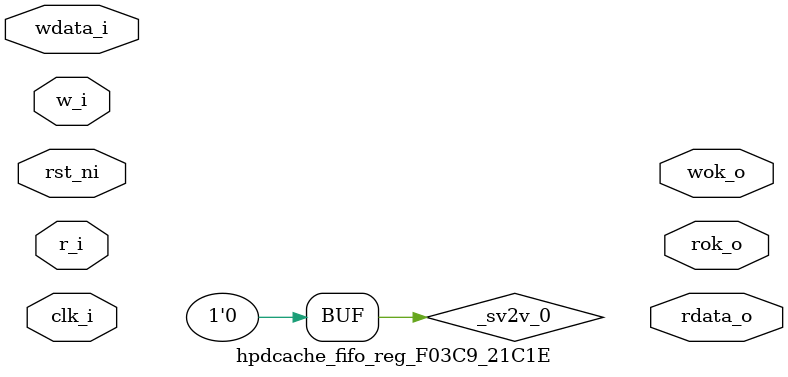
<source format=v>
module hpdcache_fifo_reg_39EDB_3F998 (
	clk_i,
	rst_ni,
	w_i,
	wok_o,
	wdata_i,
	r_i,
	rok_o,
	rdata_o
);
	// removed localparam type fifo_data_t_hpdcache_mem_id_t_hpdcache_mem_id_t_hpdcache_mem_id_t_HPDcacheCfg_type
	// removed localparam type fifo_data_t_hpdcache_nline_t_HPDcacheCfg_type
	parameter [1349:0] fifo_data_t_hpdcache_mem_id_t_hpdcache_mem_id_t_hpdcache_mem_id_t_HPDcacheCfg = 0;
	parameter [1349:0] fifo_data_t_hpdcache_nline_t_HPDcacheCfg = 0;
	reg _sv2v_0;
	// Trace: core/cache_subsystem/hpdcache/rtl/src/common/hpdcache_fifo_reg.sv:30:15
	parameter [31:0] FIFO_DEPTH = 0;
	// Trace: core/cache_subsystem/hpdcache/rtl/src/common/hpdcache_fifo_reg.sv:31:15
	parameter [0:0] FEEDTHROUGH = 1'b0;
	// Trace: core/cache_subsystem/hpdcache/rtl/src/common/hpdcache_fifo_reg.sv:32:20
	// removed localparam type fifo_data_t
	// Trace: core/cache_subsystem/hpdcache/rtl/src/common/hpdcache_fifo_reg.sv:38:5
	input wire clk_i;
	// Trace: core/cache_subsystem/hpdcache/rtl/src/common/hpdcache_fifo_reg.sv:39:5
	input wire rst_ni;
	// Trace: core/cache_subsystem/hpdcache/rtl/src/common/hpdcache_fifo_reg.sv:40:5
	input wire w_i;
	// Trace: core/cache_subsystem/hpdcache/rtl/src/common/hpdcache_fifo_reg.sv:41:5
	output wire wok_o;
	// Trace: core/cache_subsystem/hpdcache/rtl/src/common/hpdcache_fifo_reg.sv:42:5
	input wire [(((2 + fifo_data_t_hpdcache_mem_id_t_hpdcache_mem_id_t_hpdcache_mem_id_t_HPDcacheCfg[607-:32]) + 1) + fifo_data_t_hpdcache_nline_t_HPDcacheCfg[383-:32]) - 1:0] wdata_i;
	// Trace: core/cache_subsystem/hpdcache/rtl/src/common/hpdcache_fifo_reg.sv:43:5
	input wire r_i;
	// Trace: core/cache_subsystem/hpdcache/rtl/src/common/hpdcache_fifo_reg.sv:44:5
	output wire rok_o;
	// Trace: core/cache_subsystem/hpdcache/rtl/src/common/hpdcache_fifo_reg.sv:45:5
	output wire [(((2 + fifo_data_t_hpdcache_mem_id_t_hpdcache_mem_id_t_hpdcache_mem_id_t_HPDcacheCfg[607-:32]) + 1) + fifo_data_t_hpdcache_nline_t_HPDcacheCfg[383-:32]) - 1:0] rdata_o;
	// Trace: core/cache_subsystem/hpdcache/rtl/src/common/hpdcache_fifo_reg.sv:52:5
	function automatic [$clog2(FIFO_DEPTH) - 1:0] sv2v_cast_1CC33;
		input reg [$clog2(FIFO_DEPTH) - 1:0] inp;
		sv2v_cast_1CC33 = inp;
	endfunction
	generate
		if (FIFO_DEPTH == 1) begin : gen_sync_buffer
			// Trace: core/cache_subsystem/hpdcache/rtl/src/common/hpdcache_fifo_reg.sv:53:9
			hpdcache_sync_buffer_91A37_F5B7E #(
				.data_t_fifo_data_t_hpdcache_mem_id_t_hpdcache_mem_id_t_hpdcache_mem_id_t_HPDcacheCfg(fifo_data_t_hpdcache_mem_id_t_hpdcache_mem_id_t_hpdcache_mem_id_t_HPDcacheCfg),
				.data_t_fifo_data_t_hpdcache_nline_t_HPDcacheCfg(fifo_data_t_hpdcache_nline_t_HPDcacheCfg),
				.FEEDTHROUGH(FEEDTHROUGH)
			) i_sync_buffer(
				.clk_i(clk_i),
				.rst_ni(rst_ni),
				.w_i(w_i),
				.wok_o(wok_o),
				.wdata_i(wdata_i),
				.r_i(r_i),
				.rok_o(rok_o),
				.rdata_o(rdata_o)
			);
		end
		else if (FIFO_DEPTH > 0) begin : gen_fifo
			// Trace: core/cache_subsystem/hpdcache/rtl/src/common/hpdcache_fifo_reg.sv:73:9
			// removed localparam type fifo_addr_t
			// Trace: core/cache_subsystem/hpdcache/rtl/src/common/hpdcache_fifo_reg.sv:78:9
			reg [(FIFO_DEPTH * (((2 + fifo_data_t_hpdcache_mem_id_t_hpdcache_mem_id_t_hpdcache_mem_id_t_HPDcacheCfg[607-:32]) + 1) + fifo_data_t_hpdcache_nline_t_HPDcacheCfg[383-:32])) - 1:0] fifo_mem_q;
			// Trace: core/cache_subsystem/hpdcache/rtl/src/common/hpdcache_fifo_reg.sv:79:9
			reg [$clog2(FIFO_DEPTH) - 1:0] rptr_q;
			reg [$clog2(FIFO_DEPTH) - 1:0] rptr_d;
			// Trace: core/cache_subsystem/hpdcache/rtl/src/common/hpdcache_fifo_reg.sv:80:9
			reg [$clog2(FIFO_DEPTH) - 1:0] wptr_q;
			reg [$clog2(FIFO_DEPTH) - 1:0] wptr_d;
			// Trace: core/cache_subsystem/hpdcache/rtl/src/common/hpdcache_fifo_reg.sv:81:9
			reg crossover_q;
			reg crossover_d;
			// Trace: core/cache_subsystem/hpdcache/rtl/src/common/hpdcache_fifo_reg.sv:82:9
			wire rexec;
			wire wexec;
			// Trace: core/cache_subsystem/hpdcache/rtl/src/common/hpdcache_fifo_reg.sv:83:9
			wire rptr_max;
			wire wptr_max;
			// Trace: core/cache_subsystem/hpdcache/rtl/src/common/hpdcache_fifo_reg.sv:84:9
			wire match_ptr;
			// Trace: core/cache_subsystem/hpdcache/rtl/src/common/hpdcache_fifo_reg.sv:85:9
			wire empty;
			wire full;
			// Trace: core/cache_subsystem/hpdcache/rtl/src/common/hpdcache_fifo_reg.sv:90:9
			assign match_ptr = wptr_q == rptr_q;
			// Trace: core/cache_subsystem/hpdcache/rtl/src/common/hpdcache_fifo_reg.sv:92:9
			assign empty = match_ptr & ~crossover_q;
			assign full = match_ptr & crossover_q;
			// Trace: core/cache_subsystem/hpdcache/rtl/src/common/hpdcache_fifo_reg.sv:95:9
			assign rok_o = ~empty | (FEEDTHROUGH & w_i);
			assign wok_o = ~full | (FEEDTHROUGH & r_i);
			// Trace: core/cache_subsystem/hpdcache/rtl/src/common/hpdcache_fifo_reg.sv:98:9
			assign rexec = r_i & ~empty;
			assign wexec = w_i & ((FEEDTHROUGH & (((empty & ~r_i) | (full & r_i)) | (~full & ~empty))) | (~FEEDTHROUGH & ~full));
			// Trace: core/cache_subsystem/hpdcache/rtl/src/common/hpdcache_fifo_reg.sv:106:9
			assign rptr_max = rptr_q == sv2v_cast_1CC33(FIFO_DEPTH - 1);
			// Trace: core/cache_subsystem/hpdcache/rtl/src/common/hpdcache_fifo_reg.sv:107:9
			assign wptr_max = wptr_q == sv2v_cast_1CC33(FIFO_DEPTH - 1);
			// Trace: core/cache_subsystem/hpdcache/rtl/src/common/hpdcache_fifo_reg.sv:109:9
			always @(*) begin : fifo_ctrl_comb
				if (_sv2v_0)
					;
				// Trace: core/cache_subsystem/hpdcache/rtl/src/common/hpdcache_fifo_reg.sv:111:13
				rptr_d = rptr_q;
				// Trace: core/cache_subsystem/hpdcache/rtl/src/common/hpdcache_fifo_reg.sv:112:13
				wptr_d = wptr_q;
				// Trace: core/cache_subsystem/hpdcache/rtl/src/common/hpdcache_fifo_reg.sv:113:13
				crossover_d = crossover_q;
				// Trace: core/cache_subsystem/hpdcache/rtl/src/common/hpdcache_fifo_reg.sv:115:13
				if (rexec)
					// Trace: core/cache_subsystem/hpdcache/rtl/src/common/hpdcache_fifo_reg.sv:116:17
					rptr_d = (rptr_max ? 0 : rptr_q + 1);
				if (wexec)
					// Trace: core/cache_subsystem/hpdcache/rtl/src/common/hpdcache_fifo_reg.sv:120:17
					wptr_d = (wptr_max ? 0 : wptr_q + 1);
				if (wexec && wptr_max)
					// Trace: core/cache_subsystem/hpdcache/rtl/src/common/hpdcache_fifo_reg.sv:124:17
					crossover_d = 1'b1;
				else if (rexec && rptr_max)
					// Trace: core/cache_subsystem/hpdcache/rtl/src/common/hpdcache_fifo_reg.sv:126:17
					crossover_d = 1'b0;
			end
			// Trace: core/cache_subsystem/hpdcache/rtl/src/common/hpdcache_fifo_reg.sv:133:9
			always @(posedge clk_i)
				// Trace: core/cache_subsystem/hpdcache/rtl/src/common/hpdcache_fifo_reg.sv:135:13
				if (wexec)
					// Trace: core/cache_subsystem/hpdcache/rtl/src/common/hpdcache_fifo_reg.sv:135:24
					fifo_mem_q[wptr_q * (((2 + fifo_data_t_hpdcache_mem_id_t_hpdcache_mem_id_t_hpdcache_mem_id_t_HPDcacheCfg[607-:32]) + 1) + fifo_data_t_hpdcache_nline_t_HPDcacheCfg[383-:32])+:((2 + fifo_data_t_hpdcache_mem_id_t_hpdcache_mem_id_t_hpdcache_mem_id_t_HPDcacheCfg[607-:32]) + 1) + fifo_data_t_hpdcache_nline_t_HPDcacheCfg[383-:32]] <= wdata_i;
			// Trace: core/cache_subsystem/hpdcache/rtl/src/common/hpdcache_fifo_reg.sv:138:9
			assign rdata_o = (FEEDTHROUGH && empty ? wdata_i : fifo_mem_q[rptr_q * (((2 + fifo_data_t_hpdcache_mem_id_t_hpdcache_mem_id_t_hpdcache_mem_id_t_HPDcacheCfg[607-:32]) + 1) + fifo_data_t_hpdcache_nline_t_HPDcacheCfg[383-:32])+:((2 + fifo_data_t_hpdcache_mem_id_t_hpdcache_mem_id_t_hpdcache_mem_id_t_HPDcacheCfg[607-:32]) + 1) + fifo_data_t_hpdcache_nline_t_HPDcacheCfg[383-:32]]);
			// Trace: core/cache_subsystem/hpdcache/rtl/src/common/hpdcache_fifo_reg.sv:143:9
			always @(posedge clk_i or negedge rst_ni)
				// Trace: core/cache_subsystem/hpdcache/rtl/src/common/hpdcache_fifo_reg.sv:145:13
				if (!rst_ni) begin
					// Trace: core/cache_subsystem/hpdcache/rtl/src/common/hpdcache_fifo_reg.sv:146:17
					rptr_q <= 0;
					// Trace: core/cache_subsystem/hpdcache/rtl/src/common/hpdcache_fifo_reg.sv:147:17
					wptr_q <= 0;
					// Trace: core/cache_subsystem/hpdcache/rtl/src/common/hpdcache_fifo_reg.sv:148:17
					crossover_q <= 1'b0;
				end
				else begin
					// Trace: core/cache_subsystem/hpdcache/rtl/src/common/hpdcache_fifo_reg.sv:150:17
					rptr_q <= rptr_d;
					// Trace: core/cache_subsystem/hpdcache/rtl/src/common/hpdcache_fifo_reg.sv:151:17
					wptr_q <= wptr_d;
					// Trace: core/cache_subsystem/hpdcache/rtl/src/common/hpdcache_fifo_reg.sv:152:17
					crossover_q <= crossover_d;
				end
			// Trace: core/cache_subsystem/hpdcache/rtl/src/common/hpdcache_fifo_reg.sv:160:9
			// removed an assertion item
			// rptr_ahead_wptr_assert : assert property (@(posedge clk_i) disable iff (!rst_ni)
			// 	((rptr_q <= wptr_q) && !crossover_q) || ((rptr_q >= wptr_q) && crossover_q)
			// ) else begin
			// 	// Trace: core/cache_subsystem/hpdcache/rtl/src/common/hpdcache_fifo_reg.sv:163:17
			// 	$error("fifo: read pointer is ahead of the write pointer");
			// end
		end
	endgenerate
	initial _sv2v_0 = 0;
endmodule
module hpdcache_fifo_reg_49514_9F998 (
	clk_i,
	rst_ni,
	w_i,
	wok_o,
	wdata_i,
	r_i,
	rok_o,
	rdata_o
);
	// removed localparam type fifo_data_t_hpdcache_refill_data_t_HPDcacheCfg_type
	// removed localparam type fifo_data_t_hpdcache_refill_data_t_hpdcache_data_word_t_hpdcache_data_word_t_HPDcacheCfg_type
	parameter [1349:0] fifo_data_t_hpdcache_refill_data_t_HPDcacheCfg = 0;
	parameter [1349:0] fifo_data_t_hpdcache_refill_data_t_hpdcache_data_word_t_hpdcache_data_word_t_HPDcacheCfg = 0;
	reg _sv2v_0;
	// Trace: core/cache_subsystem/hpdcache/rtl/src/common/hpdcache_fifo_reg.sv:30:15
	parameter [31:0] FIFO_DEPTH = 0;
	// Trace: core/cache_subsystem/hpdcache/rtl/src/common/hpdcache_fifo_reg.sv:31:15
	parameter [0:0] FEEDTHROUGH = 1'b0;
	// Trace: core/cache_subsystem/hpdcache/rtl/src/common/hpdcache_fifo_reg.sv:32:20
	// removed localparam type fifo_data_t
	// Trace: core/cache_subsystem/hpdcache/rtl/src/common/hpdcache_fifo_reg.sv:38:5
	input wire clk_i;
	// Trace: core/cache_subsystem/hpdcache/rtl/src/common/hpdcache_fifo_reg.sv:39:5
	input wire rst_ni;
	// Trace: core/cache_subsystem/hpdcache/rtl/src/common/hpdcache_fifo_reg.sv:40:5
	input wire w_i;
	// Trace: core/cache_subsystem/hpdcache/rtl/src/common/hpdcache_fifo_reg.sv:41:5
	output wire wok_o;
	// Trace: core/cache_subsystem/hpdcache/rtl/src/common/hpdcache_fifo_reg.sv:42:5
	input wire [(fifo_data_t_hpdcache_refill_data_t_HPDcacheCfg[995-:32] * fifo_data_t_hpdcache_refill_data_t_hpdcache_data_word_t_hpdcache_data_word_t_HPDcacheCfg[1285-:32]) - 1:0] wdata_i;
	// Trace: core/cache_subsystem/hpdcache/rtl/src/common/hpdcache_fifo_reg.sv:43:5
	input wire r_i;
	// Trace: core/cache_subsystem/hpdcache/rtl/src/common/hpdcache_fifo_reg.sv:44:5
	output wire rok_o;
	// Trace: core/cache_subsystem/hpdcache/rtl/src/common/hpdcache_fifo_reg.sv:45:5
	output wire [(fifo_data_t_hpdcache_refill_data_t_HPDcacheCfg[995-:32] * fifo_data_t_hpdcache_refill_data_t_hpdcache_data_word_t_hpdcache_data_word_t_HPDcacheCfg[1285-:32]) - 1:0] rdata_o;
	// Trace: core/cache_subsystem/hpdcache/rtl/src/common/hpdcache_fifo_reg.sv:52:5
	function automatic [$clog2(FIFO_DEPTH) - 1:0] sv2v_cast_1CC33;
		input reg [$clog2(FIFO_DEPTH) - 1:0] inp;
		sv2v_cast_1CC33 = inp;
	endfunction
	generate
		if (FIFO_DEPTH == 1) begin : gen_sync_buffer
			// Trace: core/cache_subsystem/hpdcache/rtl/src/common/hpdcache_fifo_reg.sv:53:9
			hpdcache_sync_buffer_1EE38_A38DF #(
				.data_t_fifo_data_t_hpdcache_refill_data_t_HPDcacheCfg(fifo_data_t_hpdcache_refill_data_t_HPDcacheCfg),
				.data_t_fifo_data_t_hpdcache_refill_data_t_hpdcache_data_word_t_hpdcache_data_word_t_HPDcacheCfg(fifo_data_t_hpdcache_refill_data_t_hpdcache_data_word_t_hpdcache_data_word_t_HPDcacheCfg),
				.FEEDTHROUGH(FEEDTHROUGH)
			) i_sync_buffer(
				.clk_i(clk_i),
				.rst_ni(rst_ni),
				.w_i(w_i),
				.wok_o(wok_o),
				.wdata_i(wdata_i),
				.r_i(r_i),
				.rok_o(rok_o),
				.rdata_o(rdata_o)
			);
		end
		else if (FIFO_DEPTH > 0) begin : gen_fifo
			// Trace: core/cache_subsystem/hpdcache/rtl/src/common/hpdcache_fifo_reg.sv:73:9
			// removed localparam type fifo_addr_t
			// Trace: core/cache_subsystem/hpdcache/rtl/src/common/hpdcache_fifo_reg.sv:78:9
			reg [((FIFO_DEPTH * fifo_data_t_hpdcache_refill_data_t_HPDcacheCfg[995-:32]) * fifo_data_t_hpdcache_refill_data_t_hpdcache_data_word_t_hpdcache_data_word_t_HPDcacheCfg[1285-:32]) - 1:0] fifo_mem_q;
			// Trace: core/cache_subsystem/hpdcache/rtl/src/common/hpdcache_fifo_reg.sv:79:9
			reg [$clog2(FIFO_DEPTH) - 1:0] rptr_q;
			reg [$clog2(FIFO_DEPTH) - 1:0] rptr_d;
			// Trace: core/cache_subsystem/hpdcache/rtl/src/common/hpdcache_fifo_reg.sv:80:9
			reg [$clog2(FIFO_DEPTH) - 1:0] wptr_q;
			reg [$clog2(FIFO_DEPTH) - 1:0] wptr_d;
			// Trace: core/cache_subsystem/hpdcache/rtl/src/common/hpdcache_fifo_reg.sv:81:9
			reg crossover_q;
			reg crossover_d;
			// Trace: core/cache_subsystem/hpdcache/rtl/src/common/hpdcache_fifo_reg.sv:82:9
			wire rexec;
			wire wexec;
			// Trace: core/cache_subsystem/hpdcache/rtl/src/common/hpdcache_fifo_reg.sv:83:9
			wire rptr_max;
			wire wptr_max;
			// Trace: core/cache_subsystem/hpdcache/rtl/src/common/hpdcache_fifo_reg.sv:84:9
			wire match_ptr;
			// Trace: core/cache_subsystem/hpdcache/rtl/src/common/hpdcache_fifo_reg.sv:85:9
			wire empty;
			wire full;
			// Trace: core/cache_subsystem/hpdcache/rtl/src/common/hpdcache_fifo_reg.sv:90:9
			assign match_ptr = wptr_q == rptr_q;
			// Trace: core/cache_subsystem/hpdcache/rtl/src/common/hpdcache_fifo_reg.sv:92:9
			assign empty = match_ptr & ~crossover_q;
			assign full = match_ptr & crossover_q;
			// Trace: core/cache_subsystem/hpdcache/rtl/src/common/hpdcache_fifo_reg.sv:95:9
			assign rok_o = ~empty | (FEEDTHROUGH & w_i);
			assign wok_o = ~full | (FEEDTHROUGH & r_i);
			// Trace: core/cache_subsystem/hpdcache/rtl/src/common/hpdcache_fifo_reg.sv:98:9
			assign rexec = r_i & ~empty;
			assign wexec = w_i & ((FEEDTHROUGH & (((empty & ~r_i) | (full & r_i)) | (~full & ~empty))) | (~FEEDTHROUGH & ~full));
			// Trace: core/cache_subsystem/hpdcache/rtl/src/common/hpdcache_fifo_reg.sv:106:9
			assign rptr_max = rptr_q == sv2v_cast_1CC33(FIFO_DEPTH - 1);
			// Trace: core/cache_subsystem/hpdcache/rtl/src/common/hpdcache_fifo_reg.sv:107:9
			assign wptr_max = wptr_q == sv2v_cast_1CC33(FIFO_DEPTH - 1);
			// Trace: core/cache_subsystem/hpdcache/rtl/src/common/hpdcache_fifo_reg.sv:109:9
			always @(*) begin : fifo_ctrl_comb
				if (_sv2v_0)
					;
				// Trace: core/cache_subsystem/hpdcache/rtl/src/common/hpdcache_fifo_reg.sv:111:13
				rptr_d = rptr_q;
				// Trace: core/cache_subsystem/hpdcache/rtl/src/common/hpdcache_fifo_reg.sv:112:13
				wptr_d = wptr_q;
				// Trace: core/cache_subsystem/hpdcache/rtl/src/common/hpdcache_fifo_reg.sv:113:13
				crossover_d = crossover_q;
				// Trace: core/cache_subsystem/hpdcache/rtl/src/common/hpdcache_fifo_reg.sv:115:13
				if (rexec)
					// Trace: core/cache_subsystem/hpdcache/rtl/src/common/hpdcache_fifo_reg.sv:116:17
					rptr_d = (rptr_max ? 0 : rptr_q + 1);
				if (wexec)
					// Trace: core/cache_subsystem/hpdcache/rtl/src/common/hpdcache_fifo_reg.sv:120:17
					wptr_d = (wptr_max ? 0 : wptr_q + 1);
				if (wexec && wptr_max)
					// Trace: core/cache_subsystem/hpdcache/rtl/src/common/hpdcache_fifo_reg.sv:124:17
					crossover_d = 1'b1;
				else if (rexec && rptr_max)
					// Trace: core/cache_subsystem/hpdcache/rtl/src/common/hpdcache_fifo_reg.sv:126:17
					crossover_d = 1'b0;
			end
			// Trace: core/cache_subsystem/hpdcache/rtl/src/common/hpdcache_fifo_reg.sv:133:9
			always @(posedge clk_i)
				// Trace: core/cache_subsystem/hpdcache/rtl/src/common/hpdcache_fifo_reg.sv:135:13
				if (wexec)
					// Trace: core/cache_subsystem/hpdcache/rtl/src/common/hpdcache_fifo_reg.sv:135:24
					fifo_mem_q[fifo_data_t_hpdcache_refill_data_t_hpdcache_data_word_t_hpdcache_data_word_t_HPDcacheCfg[1285-:32] * (wptr_q * fifo_data_t_hpdcache_refill_data_t_HPDcacheCfg[995-:32])+:fifo_data_t_hpdcache_refill_data_t_hpdcache_data_word_t_hpdcache_data_word_t_HPDcacheCfg[1285-:32] * fifo_data_t_hpdcache_refill_data_t_HPDcacheCfg[995-:32]] <= wdata_i;
			// Trace: core/cache_subsystem/hpdcache/rtl/src/common/hpdcache_fifo_reg.sv:138:9
			assign rdata_o = (FEEDTHROUGH && empty ? wdata_i : fifo_mem_q[fifo_data_t_hpdcache_refill_data_t_hpdcache_data_word_t_hpdcache_data_word_t_HPDcacheCfg[1285-:32] * (rptr_q * fifo_data_t_hpdcache_refill_data_t_HPDcacheCfg[995-:32])+:fifo_data_t_hpdcache_refill_data_t_hpdcache_data_word_t_hpdcache_data_word_t_HPDcacheCfg[1285-:32] * fifo_data_t_hpdcache_refill_data_t_HPDcacheCfg[995-:32]]);
			// Trace: core/cache_subsystem/hpdcache/rtl/src/common/hpdcache_fifo_reg.sv:143:9
			always @(posedge clk_i or negedge rst_ni)
				// Trace: core/cache_subsystem/hpdcache/rtl/src/common/hpdcache_fifo_reg.sv:145:13
				if (!rst_ni) begin
					// Trace: core/cache_subsystem/hpdcache/rtl/src/common/hpdcache_fifo_reg.sv:146:17
					rptr_q <= 0;
					// Trace: core/cache_subsystem/hpdcache/rtl/src/common/hpdcache_fifo_reg.sv:147:17
					wptr_q <= 0;
					// Trace: core/cache_subsystem/hpdcache/rtl/src/common/hpdcache_fifo_reg.sv:148:17
					crossover_q <= 1'b0;
				end
				else begin
					// Trace: core/cache_subsystem/hpdcache/rtl/src/common/hpdcache_fifo_reg.sv:150:17
					rptr_q <= rptr_d;
					// Trace: core/cache_subsystem/hpdcache/rtl/src/common/hpdcache_fifo_reg.sv:151:17
					wptr_q <= wptr_d;
					// Trace: core/cache_subsystem/hpdcache/rtl/src/common/hpdcache_fifo_reg.sv:152:17
					crossover_q <= crossover_d;
				end
			// Trace: core/cache_subsystem/hpdcache/rtl/src/common/hpdcache_fifo_reg.sv:160:9
			// removed an assertion item
			// rptr_ahead_wptr_assert : assert property (@(posedge clk_i) disable iff (!rst_ni)
			// 	((rptr_q <= wptr_q) && !crossover_q) || ((rptr_q >= wptr_q) && crossover_q)
			// ) else begin
			// 	// Trace: core/cache_subsystem/hpdcache/rtl/src/common/hpdcache_fifo_reg.sv:163:17
			// 	$error("fifo: read pointer is ahead of the write pointer");
			// end
		end
	endgenerate
	initial _sv2v_0 = 0;
endmodule
module hpdcache_fifo_reg_77EEE_CBEAA (
	clk_i,
	rst_ni,
	w_i,
	wok_o,
	wdata_i,
	r_i,
	rok_o,
	rdata_o
);
	// removed localparam type fifo_data_t_hpdcache_rsp_t_hpdcache_rsp_t_hpdcache_rsp_t_HPDcacheCfg_type
	parameter [1349:0] fifo_data_t_hpdcache_rsp_t_hpdcache_rsp_t_hpdcache_rsp_t_HPDcacheCfg = 0;
	reg _sv2v_0;
	// Trace: core/cache_subsystem/hpdcache/rtl/src/common/hpdcache_fifo_reg.sv:30:15
	parameter [31:0] FIFO_DEPTH = 0;
	// Trace: core/cache_subsystem/hpdcache/rtl/src/common/hpdcache_fifo_reg.sv:31:15
	parameter [0:0] FEEDTHROUGH = 1'b0;
	// Trace: core/cache_subsystem/hpdcache/rtl/src/common/hpdcache_fifo_reg.sv:32:20
	// removed localparam type fifo_data_t
	// Trace: core/cache_subsystem/hpdcache/rtl/src/common/hpdcache_fifo_reg.sv:38:5
	input wire clk_i;
	// Trace: core/cache_subsystem/hpdcache/rtl/src/common/hpdcache_fifo_reg.sv:39:5
	input wire rst_ni;
	// Trace: core/cache_subsystem/hpdcache/rtl/src/common/hpdcache_fifo_reg.sv:40:5
	input wire w_i;
	// Trace: core/cache_subsystem/hpdcache/rtl/src/common/hpdcache_fifo_reg.sv:41:5
	output wire wok_o;
	// Trace: core/cache_subsystem/hpdcache/rtl/src/common/hpdcache_fifo_reg.sv:42:5
	input wire [(((fifo_data_t_hpdcache_rsp_t_hpdcache_rsp_t_hpdcache_rsp_t_HPDcacheCfg[1157-:32] * fifo_data_t_hpdcache_rsp_t_hpdcache_rsp_t_hpdcache_rsp_t_HPDcacheCfg[1285-:32]) + fifo_data_t_hpdcache_rsp_t_hpdcache_rsp_t_hpdcache_rsp_t_HPDcacheCfg[1093-:32]) + fifo_data_t_hpdcache_rsp_t_hpdcache_rsp_t_hpdcache_rsp_t_HPDcacheCfg[1125-:32]) + 1:0] wdata_i;
	// Trace: core/cache_subsystem/hpdcache/rtl/src/common/hpdcache_fifo_reg.sv:43:5
	input wire r_i;
	// Trace: core/cache_subsystem/hpdcache/rtl/src/common/hpdcache_fifo_reg.sv:44:5
	output wire rok_o;
	// Trace: core/cache_subsystem/hpdcache/rtl/src/common/hpdcache_fifo_reg.sv:45:5
	output wire [(((fifo_data_t_hpdcache_rsp_t_hpdcache_rsp_t_hpdcache_rsp_t_HPDcacheCfg[1157-:32] * fifo_data_t_hpdcache_rsp_t_hpdcache_rsp_t_hpdcache_rsp_t_HPDcacheCfg[1285-:32]) + fifo_data_t_hpdcache_rsp_t_hpdcache_rsp_t_hpdcache_rsp_t_HPDcacheCfg[1093-:32]) + fifo_data_t_hpdcache_rsp_t_hpdcache_rsp_t_hpdcache_rsp_t_HPDcacheCfg[1125-:32]) + 1:0] rdata_o;
	// Trace: core/cache_subsystem/hpdcache/rtl/src/common/hpdcache_fifo_reg.sv:52:5
	function automatic [$clog2(FIFO_DEPTH) - 1:0] sv2v_cast_1CC33;
		input reg [$clog2(FIFO_DEPTH) - 1:0] inp;
		sv2v_cast_1CC33 = inp;
	endfunction
	generate
		if (FIFO_DEPTH == 1) begin : gen_sync_buffer
			// Trace: core/cache_subsystem/hpdcache/rtl/src/common/hpdcache_fifo_reg.sv:53:9
			hpdcache_sync_buffer_4FAFD_74451 #(
				.data_t_fifo_data_t_hpdcache_rsp_t_hpdcache_rsp_t_hpdcache_rsp_t_HPDcacheCfg(fifo_data_t_hpdcache_rsp_t_hpdcache_rsp_t_hpdcache_rsp_t_HPDcacheCfg),
				.FEEDTHROUGH(FEEDTHROUGH)
			) i_sync_buffer(
				.clk_i(clk_i),
				.rst_ni(rst_ni),
				.w_i(w_i),
				.wok_o(wok_o),
				.wdata_i(wdata_i),
				.r_i(r_i),
				.rok_o(rok_o),
				.rdata_o(rdata_o)
			);
		end
		else if (FIFO_DEPTH > 0) begin : gen_fifo
			// Trace: core/cache_subsystem/hpdcache/rtl/src/common/hpdcache_fifo_reg.sv:73:9
			// removed localparam type fifo_addr_t
			// Trace: core/cache_subsystem/hpdcache/rtl/src/common/hpdcache_fifo_reg.sv:78:9
			reg [(((((fifo_data_t_hpdcache_rsp_t_hpdcache_rsp_t_hpdcache_rsp_t_HPDcacheCfg[1157-:32] * fifo_data_t_hpdcache_rsp_t_hpdcache_rsp_t_hpdcache_rsp_t_HPDcacheCfg[1285-:32]) + fifo_data_t_hpdcache_rsp_t_hpdcache_rsp_t_hpdcache_rsp_t_HPDcacheCfg[1093-:32]) + fifo_data_t_hpdcache_rsp_t_hpdcache_rsp_t_hpdcache_rsp_t_HPDcacheCfg[1125-:32]) + 1) >= 0 ? (FIFO_DEPTH * ((((fifo_data_t_hpdcache_rsp_t_hpdcache_rsp_t_hpdcache_rsp_t_HPDcacheCfg[1157-:32] * fifo_data_t_hpdcache_rsp_t_hpdcache_rsp_t_hpdcache_rsp_t_HPDcacheCfg[1285-:32]) + fifo_data_t_hpdcache_rsp_t_hpdcache_rsp_t_hpdcache_rsp_t_HPDcacheCfg[1093-:32]) + fifo_data_t_hpdcache_rsp_t_hpdcache_rsp_t_hpdcache_rsp_t_HPDcacheCfg[1125-:32]) + 2)) - 1 : (FIFO_DEPTH * (1 - ((((fifo_data_t_hpdcache_rsp_t_hpdcache_rsp_t_hpdcache_rsp_t_HPDcacheCfg[1157-:32] * fifo_data_t_hpdcache_rsp_t_hpdcache_rsp_t_hpdcache_rsp_t_HPDcacheCfg[1285-:32]) + fifo_data_t_hpdcache_rsp_t_hpdcache_rsp_t_hpdcache_rsp_t_HPDcacheCfg[1093-:32]) + fifo_data_t_hpdcache_rsp_t_hpdcache_rsp_t_hpdcache_rsp_t_HPDcacheCfg[1125-:32]) + 1))) + ((((fifo_data_t_hpdcache_rsp_t_hpdcache_rsp_t_hpdcache_rsp_t_HPDcacheCfg[1157-:32] * fifo_data_t_hpdcache_rsp_t_hpdcache_rsp_t_hpdcache_rsp_t_HPDcacheCfg[1285-:32]) + fifo_data_t_hpdcache_rsp_t_hpdcache_rsp_t_hpdcache_rsp_t_HPDcacheCfg[1093-:32]) + fifo_data_t_hpdcache_rsp_t_hpdcache_rsp_t_hpdcache_rsp_t_HPDcacheCfg[1125-:32]) + 0)):(((((fifo_data_t_hpdcache_rsp_t_hpdcache_rsp_t_hpdcache_rsp_t_HPDcacheCfg[1157-:32] * fifo_data_t_hpdcache_rsp_t_hpdcache_rsp_t_hpdcache_rsp_t_HPDcacheCfg[1285-:32]) + fifo_data_t_hpdcache_rsp_t_hpdcache_rsp_t_hpdcache_rsp_t_HPDcacheCfg[1093-:32]) + fifo_data_t_hpdcache_rsp_t_hpdcache_rsp_t_hpdcache_rsp_t_HPDcacheCfg[1125-:32]) + 1) >= 0 ? 0 : (((fifo_data_t_hpdcache_rsp_t_hpdcache_rsp_t_hpdcache_rsp_t_HPDcacheCfg[1157-:32] * fifo_data_t_hpdcache_rsp_t_hpdcache_rsp_t_hpdcache_rsp_t_HPDcacheCfg[1285-:32]) + fifo_data_t_hpdcache_rsp_t_hpdcache_rsp_t_hpdcache_rsp_t_HPDcacheCfg[1093-:32]) + fifo_data_t_hpdcache_rsp_t_hpdcache_rsp_t_hpdcache_rsp_t_HPDcacheCfg[1125-:32]) + 1)] fifo_mem_q;
			// Trace: core/cache_subsystem/hpdcache/rtl/src/common/hpdcache_fifo_reg.sv:79:9
			reg [$clog2(FIFO_DEPTH) - 1:0] rptr_q;
			reg [$clog2(FIFO_DEPTH) - 1:0] rptr_d;
			// Trace: core/cache_subsystem/hpdcache/rtl/src/common/hpdcache_fifo_reg.sv:80:9
			reg [$clog2(FIFO_DEPTH) - 1:0] wptr_q;
			reg [$clog2(FIFO_DEPTH) - 1:0] wptr_d;
			// Trace: core/cache_subsystem/hpdcache/rtl/src/common/hpdcache_fifo_reg.sv:81:9
			reg crossover_q;
			reg crossover_d;
			// Trace: core/cache_subsystem/hpdcache/rtl/src/common/hpdcache_fifo_reg.sv:82:9
			wire rexec;
			wire wexec;
			// Trace: core/cache_subsystem/hpdcache/rtl/src/common/hpdcache_fifo_reg.sv:83:9
			wire rptr_max;
			wire wptr_max;
			// Trace: core/cache_subsystem/hpdcache/rtl/src/common/hpdcache_fifo_reg.sv:84:9
			wire match_ptr;
			// Trace: core/cache_subsystem/hpdcache/rtl/src/common/hpdcache_fifo_reg.sv:85:9
			wire empty;
			wire full;
			// Trace: core/cache_subsystem/hpdcache/rtl/src/common/hpdcache_fifo_reg.sv:90:9
			assign match_ptr = wptr_q == rptr_q;
			// Trace: core/cache_subsystem/hpdcache/rtl/src/common/hpdcache_fifo_reg.sv:92:9
			assign empty = match_ptr & ~crossover_q;
			assign full = match_ptr & crossover_q;
			// Trace: core/cache_subsystem/hpdcache/rtl/src/common/hpdcache_fifo_reg.sv:95:9
			assign rok_o = ~empty | (FEEDTHROUGH & w_i);
			assign wok_o = ~full | (FEEDTHROUGH & r_i);
			// Trace: core/cache_subsystem/hpdcache/rtl/src/common/hpdcache_fifo_reg.sv:98:9
			assign rexec = r_i & ~empty;
			assign wexec = w_i & ((FEEDTHROUGH & (((empty & ~r_i) | (full & r_i)) | (~full & ~empty))) | (~FEEDTHROUGH & ~full));
			// Trace: core/cache_subsystem/hpdcache/rtl/src/common/hpdcache_fifo_reg.sv:106:9
			assign rptr_max = rptr_q == sv2v_cast_1CC33(FIFO_DEPTH - 1);
			// Trace: core/cache_subsystem/hpdcache/rtl/src/common/hpdcache_fifo_reg.sv:107:9
			assign wptr_max = wptr_q == sv2v_cast_1CC33(FIFO_DEPTH - 1);
			// Trace: core/cache_subsystem/hpdcache/rtl/src/common/hpdcache_fifo_reg.sv:109:9
			always @(*) begin : fifo_ctrl_comb
				if (_sv2v_0)
					;
				// Trace: core/cache_subsystem/hpdcache/rtl/src/common/hpdcache_fifo_reg.sv:111:13
				rptr_d = rptr_q;
				// Trace: core/cache_subsystem/hpdcache/rtl/src/common/hpdcache_fifo_reg.sv:112:13
				wptr_d = wptr_q;
				// Trace: core/cache_subsystem/hpdcache/rtl/src/common/hpdcache_fifo_reg.sv:113:13
				crossover_d = crossover_q;
				// Trace: core/cache_subsystem/hpdcache/rtl/src/common/hpdcache_fifo_reg.sv:115:13
				if (rexec)
					// Trace: core/cache_subsystem/hpdcache/rtl/src/common/hpdcache_fifo_reg.sv:116:17
					rptr_d = (rptr_max ? 0 : rptr_q + 1);
				if (wexec)
					// Trace: core/cache_subsystem/hpdcache/rtl/src/common/hpdcache_fifo_reg.sv:120:17
					wptr_d = (wptr_max ? 0 : wptr_q + 1);
				if (wexec && wptr_max)
					// Trace: core/cache_subsystem/hpdcache/rtl/src/common/hpdcache_fifo_reg.sv:124:17
					crossover_d = 1'b1;
				else if (rexec && rptr_max)
					// Trace: core/cache_subsystem/hpdcache/rtl/src/common/hpdcache_fifo_reg.sv:126:17
					crossover_d = 1'b0;
			end
			// Trace: core/cache_subsystem/hpdcache/rtl/src/common/hpdcache_fifo_reg.sv:133:9
			always @(posedge clk_i)
				// Trace: core/cache_subsystem/hpdcache/rtl/src/common/hpdcache_fifo_reg.sv:135:13
				if (wexec)
					// Trace: core/cache_subsystem/hpdcache/rtl/src/common/hpdcache_fifo_reg.sv:135:24
					fifo_mem_q[(((((fifo_data_t_hpdcache_rsp_t_hpdcache_rsp_t_hpdcache_rsp_t_HPDcacheCfg[1157-:32] * fifo_data_t_hpdcache_rsp_t_hpdcache_rsp_t_hpdcache_rsp_t_HPDcacheCfg[1285-:32]) + fifo_data_t_hpdcache_rsp_t_hpdcache_rsp_t_hpdcache_rsp_t_HPDcacheCfg[1093-:32]) + fifo_data_t_hpdcache_rsp_t_hpdcache_rsp_t_hpdcache_rsp_t_HPDcacheCfg[1125-:32]) + 1) >= 0 ? 0 : (((fifo_data_t_hpdcache_rsp_t_hpdcache_rsp_t_hpdcache_rsp_t_HPDcacheCfg[1157-:32] * fifo_data_t_hpdcache_rsp_t_hpdcache_rsp_t_hpdcache_rsp_t_HPDcacheCfg[1285-:32]) + fifo_data_t_hpdcache_rsp_t_hpdcache_rsp_t_hpdcache_rsp_t_HPDcacheCfg[1093-:32]) + fifo_data_t_hpdcache_rsp_t_hpdcache_rsp_t_hpdcache_rsp_t_HPDcacheCfg[1125-:32]) + 1) + (wptr_q * (((((fifo_data_t_hpdcache_rsp_t_hpdcache_rsp_t_hpdcache_rsp_t_HPDcacheCfg[1157-:32] * fifo_data_t_hpdcache_rsp_t_hpdcache_rsp_t_hpdcache_rsp_t_HPDcacheCfg[1285-:32]) + fifo_data_t_hpdcache_rsp_t_hpdcache_rsp_t_hpdcache_rsp_t_HPDcacheCfg[1093-:32]) + fifo_data_t_hpdcache_rsp_t_hpdcache_rsp_t_hpdcache_rsp_t_HPDcacheCfg[1125-:32]) + 1) >= 0 ? (((fifo_data_t_hpdcache_rsp_t_hpdcache_rsp_t_hpdcache_rsp_t_HPDcacheCfg[1157-:32] * fifo_data_t_hpdcache_rsp_t_hpdcache_rsp_t_hpdcache_rsp_t_HPDcacheCfg[1285-:32]) + fifo_data_t_hpdcache_rsp_t_hpdcache_rsp_t_hpdcache_rsp_t_HPDcacheCfg[1093-:32]) + fifo_data_t_hpdcache_rsp_t_hpdcache_rsp_t_hpdcache_rsp_t_HPDcacheCfg[1125-:32]) + 2 : 1 - ((((fifo_data_t_hpdcache_rsp_t_hpdcache_rsp_t_hpdcache_rsp_t_HPDcacheCfg[1157-:32] * fifo_data_t_hpdcache_rsp_t_hpdcache_rsp_t_hpdcache_rsp_t_HPDcacheCfg[1285-:32]) + fifo_data_t_hpdcache_rsp_t_hpdcache_rsp_t_hpdcache_rsp_t_HPDcacheCfg[1093-:32]) + fifo_data_t_hpdcache_rsp_t_hpdcache_rsp_t_hpdcache_rsp_t_HPDcacheCfg[1125-:32]) + 1)))+:(((((fifo_data_t_hpdcache_rsp_t_hpdcache_rsp_t_hpdcache_rsp_t_HPDcacheCfg[1157-:32] * fifo_data_t_hpdcache_rsp_t_hpdcache_rsp_t_hpdcache_rsp_t_HPDcacheCfg[1285-:32]) + fifo_data_t_hpdcache_rsp_t_hpdcache_rsp_t_hpdcache_rsp_t_HPDcacheCfg[1093-:32]) + fifo_data_t_hpdcache_rsp_t_hpdcache_rsp_t_hpdcache_rsp_t_HPDcacheCfg[1125-:32]) + 1) >= 0 ? (((fifo_data_t_hpdcache_rsp_t_hpdcache_rsp_t_hpdcache_rsp_t_HPDcacheCfg[1157-:32] * fifo_data_t_hpdcache_rsp_t_hpdcache_rsp_t_hpdcache_rsp_t_HPDcacheCfg[1285-:32]) + fifo_data_t_hpdcache_rsp_t_hpdcache_rsp_t_hpdcache_rsp_t_HPDcacheCfg[1093-:32]) + fifo_data_t_hpdcache_rsp_t_hpdcache_rsp_t_hpdcache_rsp_t_HPDcacheCfg[1125-:32]) + 2 : 1 - ((((fifo_data_t_hpdcache_rsp_t_hpdcache_rsp_t_hpdcache_rsp_t_HPDcacheCfg[1157-:32] * fifo_data_t_hpdcache_rsp_t_hpdcache_rsp_t_hpdcache_rsp_t_HPDcacheCfg[1285-:32]) + fifo_data_t_hpdcache_rsp_t_hpdcache_rsp_t_hpdcache_rsp_t_HPDcacheCfg[1093-:32]) + fifo_data_t_hpdcache_rsp_t_hpdcache_rsp_t_hpdcache_rsp_t_HPDcacheCfg[1125-:32]) + 1))] <= wdata_i;
			// Trace: core/cache_subsystem/hpdcache/rtl/src/common/hpdcache_fifo_reg.sv:138:9
			assign rdata_o = (FEEDTHROUGH && empty ? wdata_i : fifo_mem_q[(((((fifo_data_t_hpdcache_rsp_t_hpdcache_rsp_t_hpdcache_rsp_t_HPDcacheCfg[1157-:32] * fifo_data_t_hpdcache_rsp_t_hpdcache_rsp_t_hpdcache_rsp_t_HPDcacheCfg[1285-:32]) + fifo_data_t_hpdcache_rsp_t_hpdcache_rsp_t_hpdcache_rsp_t_HPDcacheCfg[1093-:32]) + fifo_data_t_hpdcache_rsp_t_hpdcache_rsp_t_hpdcache_rsp_t_HPDcacheCfg[1125-:32]) + 1) >= 0 ? 0 : (((fifo_data_t_hpdcache_rsp_t_hpdcache_rsp_t_hpdcache_rsp_t_HPDcacheCfg[1157-:32] * fifo_data_t_hpdcache_rsp_t_hpdcache_rsp_t_hpdcache_rsp_t_HPDcacheCfg[1285-:32]) + fifo_data_t_hpdcache_rsp_t_hpdcache_rsp_t_hpdcache_rsp_t_HPDcacheCfg[1093-:32]) + fifo_data_t_hpdcache_rsp_t_hpdcache_rsp_t_hpdcache_rsp_t_HPDcacheCfg[1125-:32]) + 1) + (rptr_q * (((((fifo_data_t_hpdcache_rsp_t_hpdcache_rsp_t_hpdcache_rsp_t_HPDcacheCfg[1157-:32] * fifo_data_t_hpdcache_rsp_t_hpdcache_rsp_t_hpdcache_rsp_t_HPDcacheCfg[1285-:32]) + fifo_data_t_hpdcache_rsp_t_hpdcache_rsp_t_hpdcache_rsp_t_HPDcacheCfg[1093-:32]) + fifo_data_t_hpdcache_rsp_t_hpdcache_rsp_t_hpdcache_rsp_t_HPDcacheCfg[1125-:32]) + 1) >= 0 ? (((fifo_data_t_hpdcache_rsp_t_hpdcache_rsp_t_hpdcache_rsp_t_HPDcacheCfg[1157-:32] * fifo_data_t_hpdcache_rsp_t_hpdcache_rsp_t_hpdcache_rsp_t_HPDcacheCfg[1285-:32]) + fifo_data_t_hpdcache_rsp_t_hpdcache_rsp_t_hpdcache_rsp_t_HPDcacheCfg[1093-:32]) + fifo_data_t_hpdcache_rsp_t_hpdcache_rsp_t_hpdcache_rsp_t_HPDcacheCfg[1125-:32]) + 2 : 1 - ((((fifo_data_t_hpdcache_rsp_t_hpdcache_rsp_t_hpdcache_rsp_t_HPDcacheCfg[1157-:32] * fifo_data_t_hpdcache_rsp_t_hpdcache_rsp_t_hpdcache_rsp_t_HPDcacheCfg[1285-:32]) + fifo_data_t_hpdcache_rsp_t_hpdcache_rsp_t_hpdcache_rsp_t_HPDcacheCfg[1093-:32]) + fifo_data_t_hpdcache_rsp_t_hpdcache_rsp_t_hpdcache_rsp_t_HPDcacheCfg[1125-:32]) + 1)))+:(((((fifo_data_t_hpdcache_rsp_t_hpdcache_rsp_t_hpdcache_rsp_t_HPDcacheCfg[1157-:32] * fifo_data_t_hpdcache_rsp_t_hpdcache_rsp_t_hpdcache_rsp_t_HPDcacheCfg[1285-:32]) + fifo_data_t_hpdcache_rsp_t_hpdcache_rsp_t_hpdcache_rsp_t_HPDcacheCfg[1093-:32]) + fifo_data_t_hpdcache_rsp_t_hpdcache_rsp_t_hpdcache_rsp_t_HPDcacheCfg[1125-:32]) + 1) >= 0 ? (((fifo_data_t_hpdcache_rsp_t_hpdcache_rsp_t_hpdcache_rsp_t_HPDcacheCfg[1157-:32] * fifo_data_t_hpdcache_rsp_t_hpdcache_rsp_t_hpdcache_rsp_t_HPDcacheCfg[1285-:32]) + fifo_data_t_hpdcache_rsp_t_hpdcache_rsp_t_hpdcache_rsp_t_HPDcacheCfg[1093-:32]) + fifo_data_t_hpdcache_rsp_t_hpdcache_rsp_t_hpdcache_rsp_t_HPDcacheCfg[1125-:32]) + 2 : 1 - ((((fifo_data_t_hpdcache_rsp_t_hpdcache_rsp_t_hpdcache_rsp_t_HPDcacheCfg[1157-:32] * fifo_data_t_hpdcache_rsp_t_hpdcache_rsp_t_hpdcache_rsp_t_HPDcacheCfg[1285-:32]) + fifo_data_t_hpdcache_rsp_t_hpdcache_rsp_t_hpdcache_rsp_t_HPDcacheCfg[1093-:32]) + fifo_data_t_hpdcache_rsp_t_hpdcache_rsp_t_hpdcache_rsp_t_HPDcacheCfg[1125-:32]) + 1))]);
			// Trace: core/cache_subsystem/hpdcache/rtl/src/common/hpdcache_fifo_reg.sv:143:9
			always @(posedge clk_i or negedge rst_ni)
				// Trace: core/cache_subsystem/hpdcache/rtl/src/common/hpdcache_fifo_reg.sv:145:13
				if (!rst_ni) begin
					// Trace: core/cache_subsystem/hpdcache/rtl/src/common/hpdcache_fifo_reg.sv:146:17
					rptr_q <= 0;
					// Trace: core/cache_subsystem/hpdcache/rtl/src/common/hpdcache_fifo_reg.sv:147:17
					wptr_q <= 0;
					// Trace: core/cache_subsystem/hpdcache/rtl/src/common/hpdcache_fifo_reg.sv:148:17
					crossover_q <= 1'b0;
				end
				else begin
					// Trace: core/cache_subsystem/hpdcache/rtl/src/common/hpdcache_fifo_reg.sv:150:17
					rptr_q <= rptr_d;
					// Trace: core/cache_subsystem/hpdcache/rtl/src/common/hpdcache_fifo_reg.sv:151:17
					wptr_q <= wptr_d;
					// Trace: core/cache_subsystem/hpdcache/rtl/src/common/hpdcache_fifo_reg.sv:152:17
					crossover_q <= crossover_d;
				end
			// Trace: core/cache_subsystem/hpdcache/rtl/src/common/hpdcache_fifo_reg.sv:160:9
			// removed an assertion item
			// rptr_ahead_wptr_assert : assert property (@(posedge clk_i) disable iff (!rst_ni)
			// 	((rptr_q <= wptr_q) && !crossover_q) || ((rptr_q >= wptr_q) && crossover_q)
			// ) else begin
			// 	// Trace: core/cache_subsystem/hpdcache/rtl/src/common/hpdcache_fifo_reg.sv:163:17
			// 	$error("fifo: read pointer is ahead of the write pointer");
			// end
		end
	endgenerate
	initial _sv2v_0 = 0;
endmodule
module hpdcache_fifo_reg_850F0_64A15 (
	clk_i,
	rst_ni,
	w_i,
	wok_o,
	wdata_i,
	r_i,
	rok_o,
	rdata_o
);
	// removed localparam type fifo_data_t_hpdcache_mem_id_t_HPDcacheCfg_type
	parameter [1349:0] fifo_data_t_hpdcache_mem_id_t_HPDcacheCfg = 0;
	reg _sv2v_0;
	// Trace: core/cache_subsystem/hpdcache/rtl/src/common/hpdcache_fifo_reg.sv:30:15
	parameter [31:0] FIFO_DEPTH = 0;
	// Trace: core/cache_subsystem/hpdcache/rtl/src/common/hpdcache_fifo_reg.sv:31:15
	parameter [0:0] FEEDTHROUGH = 1'b0;
	// Trace: core/cache_subsystem/hpdcache/rtl/src/common/hpdcache_fifo_reg.sv:32:20
	// removed localparam type fifo_data_t
	// Trace: core/cache_subsystem/hpdcache/rtl/src/common/hpdcache_fifo_reg.sv:38:5
	input wire clk_i;
	// Trace: core/cache_subsystem/hpdcache/rtl/src/common/hpdcache_fifo_reg.sv:39:5
	input wire rst_ni;
	// Trace: core/cache_subsystem/hpdcache/rtl/src/common/hpdcache_fifo_reg.sv:40:5
	input wire w_i;
	// Trace: core/cache_subsystem/hpdcache/rtl/src/common/hpdcache_fifo_reg.sv:41:5
	output wire wok_o;
	// Trace: core/cache_subsystem/hpdcache/rtl/src/common/hpdcache_fifo_reg.sv:42:5
	input wire [fifo_data_t_hpdcache_mem_id_t_HPDcacheCfg[607-:32] - 1:0] wdata_i;
	// Trace: core/cache_subsystem/hpdcache/rtl/src/common/hpdcache_fifo_reg.sv:43:5
	input wire r_i;
	// Trace: core/cache_subsystem/hpdcache/rtl/src/common/hpdcache_fifo_reg.sv:44:5
	output wire rok_o;
	// Trace: core/cache_subsystem/hpdcache/rtl/src/common/hpdcache_fifo_reg.sv:45:5
	output wire [fifo_data_t_hpdcache_mem_id_t_HPDcacheCfg[607-:32] - 1:0] rdata_o;
	// Trace: core/cache_subsystem/hpdcache/rtl/src/common/hpdcache_fifo_reg.sv:52:5
	function automatic [$clog2(FIFO_DEPTH) - 1:0] sv2v_cast_1CC33;
		input reg [$clog2(FIFO_DEPTH) - 1:0] inp;
		sv2v_cast_1CC33 = inp;
	endfunction
	generate
		if (FIFO_DEPTH == 1) begin : gen_sync_buffer
			// Trace: core/cache_subsystem/hpdcache/rtl/src/common/hpdcache_fifo_reg.sv:53:9
			hpdcache_sync_buffer_59580_A7CEC #(
				.data_t_fifo_data_t_hpdcache_mem_id_t_HPDcacheCfg(fifo_data_t_hpdcache_mem_id_t_HPDcacheCfg),
				.FEEDTHROUGH(FEEDTHROUGH)
			) i_sync_buffer(
				.clk_i(clk_i),
				.rst_ni(rst_ni),
				.w_i(w_i),
				.wok_o(wok_o),
				.wdata_i(wdata_i),
				.r_i(r_i),
				.rok_o(rok_o),
				.rdata_o(rdata_o)
			);
		end
		else if (FIFO_DEPTH > 0) begin : gen_fifo
			// Trace: core/cache_subsystem/hpdcache/rtl/src/common/hpdcache_fifo_reg.sv:73:9
			// removed localparam type fifo_addr_t
			// Trace: core/cache_subsystem/hpdcache/rtl/src/common/hpdcache_fifo_reg.sv:78:9
			reg [(FIFO_DEPTH * fifo_data_t_hpdcache_mem_id_t_HPDcacheCfg[607-:32]) - 1:0] fifo_mem_q;
			// Trace: core/cache_subsystem/hpdcache/rtl/src/common/hpdcache_fifo_reg.sv:79:9
			reg [$clog2(FIFO_DEPTH) - 1:0] rptr_q;
			reg [$clog2(FIFO_DEPTH) - 1:0] rptr_d;
			// Trace: core/cache_subsystem/hpdcache/rtl/src/common/hpdcache_fifo_reg.sv:80:9
			reg [$clog2(FIFO_DEPTH) - 1:0] wptr_q;
			reg [$clog2(FIFO_DEPTH) - 1:0] wptr_d;
			// Trace: core/cache_subsystem/hpdcache/rtl/src/common/hpdcache_fifo_reg.sv:81:9
			reg crossover_q;
			reg crossover_d;
			// Trace: core/cache_subsystem/hpdcache/rtl/src/common/hpdcache_fifo_reg.sv:82:9
			wire rexec;
			wire wexec;
			// Trace: core/cache_subsystem/hpdcache/rtl/src/common/hpdcache_fifo_reg.sv:83:9
			wire rptr_max;
			wire wptr_max;
			// Trace: core/cache_subsystem/hpdcache/rtl/src/common/hpdcache_fifo_reg.sv:84:9
			wire match_ptr;
			// Trace: core/cache_subsystem/hpdcache/rtl/src/common/hpdcache_fifo_reg.sv:85:9
			wire empty;
			wire full;
			// Trace: core/cache_subsystem/hpdcache/rtl/src/common/hpdcache_fifo_reg.sv:90:9
			assign match_ptr = wptr_q == rptr_q;
			// Trace: core/cache_subsystem/hpdcache/rtl/src/common/hpdcache_fifo_reg.sv:92:9
			assign empty = match_ptr & ~crossover_q;
			assign full = match_ptr & crossover_q;
			// Trace: core/cache_subsystem/hpdcache/rtl/src/common/hpdcache_fifo_reg.sv:95:9
			assign rok_o = ~empty | (FEEDTHROUGH & w_i);
			assign wok_o = ~full | (FEEDTHROUGH & r_i);
			// Trace: core/cache_subsystem/hpdcache/rtl/src/common/hpdcache_fifo_reg.sv:98:9
			assign rexec = r_i & ~empty;
			assign wexec = w_i & ((FEEDTHROUGH & (((empty & ~r_i) | (full & r_i)) | (~full & ~empty))) | (~FEEDTHROUGH & ~full));
			// Trace: core/cache_subsystem/hpdcache/rtl/src/common/hpdcache_fifo_reg.sv:106:9
			assign rptr_max = rptr_q == sv2v_cast_1CC33(FIFO_DEPTH - 1);
			// Trace: core/cache_subsystem/hpdcache/rtl/src/common/hpdcache_fifo_reg.sv:107:9
			assign wptr_max = wptr_q == sv2v_cast_1CC33(FIFO_DEPTH - 1);
			// Trace: core/cache_subsystem/hpdcache/rtl/src/common/hpdcache_fifo_reg.sv:109:9
			always @(*) begin : fifo_ctrl_comb
				if (_sv2v_0)
					;
				// Trace: core/cache_subsystem/hpdcache/rtl/src/common/hpdcache_fifo_reg.sv:111:13
				rptr_d = rptr_q;
				// Trace: core/cache_subsystem/hpdcache/rtl/src/common/hpdcache_fifo_reg.sv:112:13
				wptr_d = wptr_q;
				// Trace: core/cache_subsystem/hpdcache/rtl/src/common/hpdcache_fifo_reg.sv:113:13
				crossover_d = crossover_q;
				// Trace: core/cache_subsystem/hpdcache/rtl/src/common/hpdcache_fifo_reg.sv:115:13
				if (rexec)
					// Trace: core/cache_subsystem/hpdcache/rtl/src/common/hpdcache_fifo_reg.sv:116:17
					rptr_d = (rptr_max ? 0 : rptr_q + 1);
				if (wexec)
					// Trace: core/cache_subsystem/hpdcache/rtl/src/common/hpdcache_fifo_reg.sv:120:17
					wptr_d = (wptr_max ? 0 : wptr_q + 1);
				if (wexec && wptr_max)
					// Trace: core/cache_subsystem/hpdcache/rtl/src/common/hpdcache_fifo_reg.sv:124:17
					crossover_d = 1'b1;
				else if (rexec && rptr_max)
					// Trace: core/cache_subsystem/hpdcache/rtl/src/common/hpdcache_fifo_reg.sv:126:17
					crossover_d = 1'b0;
			end
			// Trace: core/cache_subsystem/hpdcache/rtl/src/common/hpdcache_fifo_reg.sv:133:9
			always @(posedge clk_i)
				// Trace: core/cache_subsystem/hpdcache/rtl/src/common/hpdcache_fifo_reg.sv:135:13
				if (wexec)
					// Trace: core/cache_subsystem/hpdcache/rtl/src/common/hpdcache_fifo_reg.sv:135:24
					fifo_mem_q[wptr_q * fifo_data_t_hpdcache_mem_id_t_HPDcacheCfg[607-:32]+:fifo_data_t_hpdcache_mem_id_t_HPDcacheCfg[607-:32]] <= wdata_i;
			// Trace: core/cache_subsystem/hpdcache/rtl/src/common/hpdcache_fifo_reg.sv:138:9
			assign rdata_o = (FEEDTHROUGH && empty ? wdata_i : fifo_mem_q[rptr_q * fifo_data_t_hpdcache_mem_id_t_HPDcacheCfg[607-:32]+:fifo_data_t_hpdcache_mem_id_t_HPDcacheCfg[607-:32]]);
			// Trace: core/cache_subsystem/hpdcache/rtl/src/common/hpdcache_fifo_reg.sv:143:9
			always @(posedge clk_i or negedge rst_ni)
				// Trace: core/cache_subsystem/hpdcache/rtl/src/common/hpdcache_fifo_reg.sv:145:13
				if (!rst_ni) begin
					// Trace: core/cache_subsystem/hpdcache/rtl/src/common/hpdcache_fifo_reg.sv:146:17
					rptr_q <= 0;
					// Trace: core/cache_subsystem/hpdcache/rtl/src/common/hpdcache_fifo_reg.sv:147:17
					wptr_q <= 0;
					// Trace: core/cache_subsystem/hpdcache/rtl/src/common/hpdcache_fifo_reg.sv:148:17
					crossover_q <= 1'b0;
				end
				else begin
					// Trace: core/cache_subsystem/hpdcache/rtl/src/common/hpdcache_fifo_reg.sv:150:17
					rptr_q <= rptr_d;
					// Trace: core/cache_subsystem/hpdcache/rtl/src/common/hpdcache_fifo_reg.sv:151:17
					wptr_q <= wptr_d;
					// Trace: core/cache_subsystem/hpdcache/rtl/src/common/hpdcache_fifo_reg.sv:152:17
					crossover_q <= crossover_d;
				end
			// Trace: core/cache_subsystem/hpdcache/rtl/src/common/hpdcache_fifo_reg.sv:160:9
			// removed an assertion item
			// rptr_ahead_wptr_assert : assert property (@(posedge clk_i) disable iff (!rst_ni)
			// 	((rptr_q <= wptr_q) && !crossover_q) || ((rptr_q >= wptr_q) && crossover_q)
			// ) else begin
			// 	// Trace: core/cache_subsystem/hpdcache/rtl/src/common/hpdcache_fifo_reg.sv:163:17
			// 	$error("fifo: read pointer is ahead of the write pointer");
			// end
		end
	endgenerate
	initial _sv2v_0 = 0;
endmodule
module hpdcache_fifo_reg_D868F_2B410 (
	clk_i,
	rst_ni,
	w_i,
	wok_o,
	wdata_i,
	r_i,
	rok_o,
	rdata_o
);
	// removed localparam type fifo_data_t_hpdcache_mem_req_t_HPDcacheCfg_type
	parameter [1349:0] fifo_data_t_hpdcache_mem_req_t_HPDcacheCfg = 0;
	reg _sv2v_0;
	// Trace: core/cache_subsystem/hpdcache/rtl/src/common/hpdcache_fifo_reg.sv:30:15
	parameter [31:0] FIFO_DEPTH = 0;
	// Trace: core/cache_subsystem/hpdcache/rtl/src/common/hpdcache_fifo_reg.sv:31:15
	parameter [0:0] FEEDTHROUGH = 1'b0;
	// Trace: core/cache_subsystem/hpdcache/rtl/src/common/hpdcache_fifo_reg.sv:32:20
	// removed localparam type fifo_data_t
	// Trace: core/cache_subsystem/hpdcache/rtl/src/common/hpdcache_fifo_reg.sv:38:5
	input wire clk_i;
	// Trace: core/cache_subsystem/hpdcache/rtl/src/common/hpdcache_fifo_reg.sv:39:5
	input wire rst_ni;
	// Trace: core/cache_subsystem/hpdcache/rtl/src/common/hpdcache_fifo_reg.sv:40:5
	input wire w_i;
	// Trace: core/cache_subsystem/hpdcache/rtl/src/common/hpdcache_fifo_reg.sv:41:5
	output wire wok_o;
	// Trace: core/cache_subsystem/hpdcache/rtl/src/common/hpdcache_fifo_reg.sv:42:5
	input wire [((fifo_data_t_hpdcache_mem_req_t_HPDcacheCfg[639-:32] + 11) + fifo_data_t_hpdcache_mem_req_t_HPDcacheCfg[607-:32]) + 6:0] wdata_i;
	// Trace: core/cache_subsystem/hpdcache/rtl/src/common/hpdcache_fifo_reg.sv:43:5
	input wire r_i;
	// Trace: core/cache_subsystem/hpdcache/rtl/src/common/hpdcache_fifo_reg.sv:44:5
	output wire rok_o;
	// Trace: core/cache_subsystem/hpdcache/rtl/src/common/hpdcache_fifo_reg.sv:45:5
	output wire [((fifo_data_t_hpdcache_mem_req_t_HPDcacheCfg[639-:32] + 11) + fifo_data_t_hpdcache_mem_req_t_HPDcacheCfg[607-:32]) + 6:0] rdata_o;
	// Trace: core/cache_subsystem/hpdcache/rtl/src/common/hpdcache_fifo_reg.sv:52:5
	function automatic [$clog2(FIFO_DEPTH) - 1:0] sv2v_cast_1CC33;
		input reg [$clog2(FIFO_DEPTH) - 1:0] inp;
		sv2v_cast_1CC33 = inp;
	endfunction
	generate
		if (FIFO_DEPTH == 1) begin : gen_sync_buffer
			// Trace: core/cache_subsystem/hpdcache/rtl/src/common/hpdcache_fifo_reg.sv:53:9
			hpdcache_sync_buffer_55BF2_D4981 #(
				.data_t_fifo_data_t_hpdcache_mem_req_t_HPDcacheCfg(fifo_data_t_hpdcache_mem_req_t_HPDcacheCfg),
				.FEEDTHROUGH(FEEDTHROUGH)
			) i_sync_buffer(
				.clk_i(clk_i),
				.rst_ni(rst_ni),
				.w_i(w_i),
				.wok_o(wok_o),
				.wdata_i(wdata_i),
				.r_i(r_i),
				.rok_o(rok_o),
				.rdata_o(rdata_o)
			);
		end
		else if (FIFO_DEPTH > 0) begin : gen_fifo
			// Trace: core/cache_subsystem/hpdcache/rtl/src/common/hpdcache_fifo_reg.sv:73:9
			// removed localparam type fifo_addr_t
			// Trace: core/cache_subsystem/hpdcache/rtl/src/common/hpdcache_fifo_reg.sv:78:9
			reg [((((fifo_data_t_hpdcache_mem_req_t_HPDcacheCfg[639-:32] + 11) + fifo_data_t_hpdcache_mem_req_t_HPDcacheCfg[607-:32]) + 6) >= 0 ? (FIFO_DEPTH * (((fifo_data_t_hpdcache_mem_req_t_HPDcacheCfg[639-:32] + 11) + fifo_data_t_hpdcache_mem_req_t_HPDcacheCfg[607-:32]) + 7)) - 1 : (FIFO_DEPTH * (1 - (((fifo_data_t_hpdcache_mem_req_t_HPDcacheCfg[639-:32] + 11) + fifo_data_t_hpdcache_mem_req_t_HPDcacheCfg[607-:32]) + 6))) + (((fifo_data_t_hpdcache_mem_req_t_HPDcacheCfg[639-:32] + 11) + fifo_data_t_hpdcache_mem_req_t_HPDcacheCfg[607-:32]) + 5)):((((fifo_data_t_hpdcache_mem_req_t_HPDcacheCfg[639-:32] + 11) + fifo_data_t_hpdcache_mem_req_t_HPDcacheCfg[607-:32]) + 6) >= 0 ? 0 : ((fifo_data_t_hpdcache_mem_req_t_HPDcacheCfg[639-:32] + 11) + fifo_data_t_hpdcache_mem_req_t_HPDcacheCfg[607-:32]) + 6)] fifo_mem_q;
			// Trace: core/cache_subsystem/hpdcache/rtl/src/common/hpdcache_fifo_reg.sv:79:9
			reg [$clog2(FIFO_DEPTH) - 1:0] rptr_q;
			reg [$clog2(FIFO_DEPTH) - 1:0] rptr_d;
			// Trace: core/cache_subsystem/hpdcache/rtl/src/common/hpdcache_fifo_reg.sv:80:9
			reg [$clog2(FIFO_DEPTH) - 1:0] wptr_q;
			reg [$clog2(FIFO_DEPTH) - 1:0] wptr_d;
			// Trace: core/cache_subsystem/hpdcache/rtl/src/common/hpdcache_fifo_reg.sv:81:9
			reg crossover_q;
			reg crossover_d;
			// Trace: core/cache_subsystem/hpdcache/rtl/src/common/hpdcache_fifo_reg.sv:82:9
			wire rexec;
			wire wexec;
			// Trace: core/cache_subsystem/hpdcache/rtl/src/common/hpdcache_fifo_reg.sv:83:9
			wire rptr_max;
			wire wptr_max;
			// Trace: core/cache_subsystem/hpdcache/rtl/src/common/hpdcache_fifo_reg.sv:84:9
			wire match_ptr;
			// Trace: core/cache_subsystem/hpdcache/rtl/src/common/hpdcache_fifo_reg.sv:85:9
			wire empty;
			wire full;
			// Trace: core/cache_subsystem/hpdcache/rtl/src/common/hpdcache_fifo_reg.sv:90:9
			assign match_ptr = wptr_q == rptr_q;
			// Trace: core/cache_subsystem/hpdcache/rtl/src/common/hpdcache_fifo_reg.sv:92:9
			assign empty = match_ptr & ~crossover_q;
			assign full = match_ptr & crossover_q;
			// Trace: core/cache_subsystem/hpdcache/rtl/src/common/hpdcache_fifo_reg.sv:95:9
			assign rok_o = ~empty | (FEEDTHROUGH & w_i);
			assign wok_o = ~full | (FEEDTHROUGH & r_i);
			// Trace: core/cache_subsystem/hpdcache/rtl/src/common/hpdcache_fifo_reg.sv:98:9
			assign rexec = r_i & ~empty;
			assign wexec = w_i & ((FEEDTHROUGH & (((empty & ~r_i) | (full & r_i)) | (~full & ~empty))) | (~FEEDTHROUGH & ~full));
			// Trace: core/cache_subsystem/hpdcache/rtl/src/common/hpdcache_fifo_reg.sv:106:9
			assign rptr_max = rptr_q == sv2v_cast_1CC33(FIFO_DEPTH - 1);
			// Trace: core/cache_subsystem/hpdcache/rtl/src/common/hpdcache_fifo_reg.sv:107:9
			assign wptr_max = wptr_q == sv2v_cast_1CC33(FIFO_DEPTH - 1);
			// Trace: core/cache_subsystem/hpdcache/rtl/src/common/hpdcache_fifo_reg.sv:109:9
			always @(*) begin : fifo_ctrl_comb
				if (_sv2v_0)
					;
				// Trace: core/cache_subsystem/hpdcache/rtl/src/common/hpdcache_fifo_reg.sv:111:13
				rptr_d = rptr_q;
				// Trace: core/cache_subsystem/hpdcache/rtl/src/common/hpdcache_fifo_reg.sv:112:13
				wptr_d = wptr_q;
				// Trace: core/cache_subsystem/hpdcache/rtl/src/common/hpdcache_fifo_reg.sv:113:13
				crossover_d = crossover_q;
				// Trace: core/cache_subsystem/hpdcache/rtl/src/common/hpdcache_fifo_reg.sv:115:13
				if (rexec)
					// Trace: core/cache_subsystem/hpdcache/rtl/src/common/hpdcache_fifo_reg.sv:116:17
					rptr_d = (rptr_max ? 0 : rptr_q + 1);
				if (wexec)
					// Trace: core/cache_subsystem/hpdcache/rtl/src/common/hpdcache_fifo_reg.sv:120:17
					wptr_d = (wptr_max ? 0 : wptr_q + 1);
				if (wexec && wptr_max)
					// Trace: core/cache_subsystem/hpdcache/rtl/src/common/hpdcache_fifo_reg.sv:124:17
					crossover_d = 1'b1;
				else if (rexec && rptr_max)
					// Trace: core/cache_subsystem/hpdcache/rtl/src/common/hpdcache_fifo_reg.sv:126:17
					crossover_d = 1'b0;
			end
			// Trace: core/cache_subsystem/hpdcache/rtl/src/common/hpdcache_fifo_reg.sv:133:9
			always @(posedge clk_i)
				// Trace: core/cache_subsystem/hpdcache/rtl/src/common/hpdcache_fifo_reg.sv:135:13
				if (wexec)
					// Trace: core/cache_subsystem/hpdcache/rtl/src/common/hpdcache_fifo_reg.sv:135:24
					fifo_mem_q[((((fifo_data_t_hpdcache_mem_req_t_HPDcacheCfg[639-:32] + 11) + fifo_data_t_hpdcache_mem_req_t_HPDcacheCfg[607-:32]) + 6) >= 0 ? 0 : ((fifo_data_t_hpdcache_mem_req_t_HPDcacheCfg[639-:32] + 11) + fifo_data_t_hpdcache_mem_req_t_HPDcacheCfg[607-:32]) + 6) + (wptr_q * ((((fifo_data_t_hpdcache_mem_req_t_HPDcacheCfg[639-:32] + 11) + fifo_data_t_hpdcache_mem_req_t_HPDcacheCfg[607-:32]) + 6) >= 0 ? ((fifo_data_t_hpdcache_mem_req_t_HPDcacheCfg[639-:32] + 11) + fifo_data_t_hpdcache_mem_req_t_HPDcacheCfg[607-:32]) + 7 : 1 - (((fifo_data_t_hpdcache_mem_req_t_HPDcacheCfg[639-:32] + 11) + fifo_data_t_hpdcache_mem_req_t_HPDcacheCfg[607-:32]) + 6)))+:((((fifo_data_t_hpdcache_mem_req_t_HPDcacheCfg[639-:32] + 11) + fifo_data_t_hpdcache_mem_req_t_HPDcacheCfg[607-:32]) + 6) >= 0 ? ((fifo_data_t_hpdcache_mem_req_t_HPDcacheCfg[639-:32] + 11) + fifo_data_t_hpdcache_mem_req_t_HPDcacheCfg[607-:32]) + 7 : 1 - (((fifo_data_t_hpdcache_mem_req_t_HPDcacheCfg[639-:32] + 11) + fifo_data_t_hpdcache_mem_req_t_HPDcacheCfg[607-:32]) + 6))] <= wdata_i;
			// Trace: core/cache_subsystem/hpdcache/rtl/src/common/hpdcache_fifo_reg.sv:138:9
			assign rdata_o = (FEEDTHROUGH && empty ? wdata_i : fifo_mem_q[((((fifo_data_t_hpdcache_mem_req_t_HPDcacheCfg[639-:32] + 11) + fifo_data_t_hpdcache_mem_req_t_HPDcacheCfg[607-:32]) + 6) >= 0 ? 0 : ((fifo_data_t_hpdcache_mem_req_t_HPDcacheCfg[639-:32] + 11) + fifo_data_t_hpdcache_mem_req_t_HPDcacheCfg[607-:32]) + 6) + (rptr_q * ((((fifo_data_t_hpdcache_mem_req_t_HPDcacheCfg[639-:32] + 11) + fifo_data_t_hpdcache_mem_req_t_HPDcacheCfg[607-:32]) + 6) >= 0 ? ((fifo_data_t_hpdcache_mem_req_t_HPDcacheCfg[639-:32] + 11) + fifo_data_t_hpdcache_mem_req_t_HPDcacheCfg[607-:32]) + 7 : 1 - (((fifo_data_t_hpdcache_mem_req_t_HPDcacheCfg[639-:32] + 11) + fifo_data_t_hpdcache_mem_req_t_HPDcacheCfg[607-:32]) + 6)))+:((((fifo_data_t_hpdcache_mem_req_t_HPDcacheCfg[639-:32] + 11) + fifo_data_t_hpdcache_mem_req_t_HPDcacheCfg[607-:32]) + 6) >= 0 ? ((fifo_data_t_hpdcache_mem_req_t_HPDcacheCfg[639-:32] + 11) + fifo_data_t_hpdcache_mem_req_t_HPDcacheCfg[607-:32]) + 7 : 1 - (((fifo_data_t_hpdcache_mem_req_t_HPDcacheCfg[639-:32] + 11) + fifo_data_t_hpdcache_mem_req_t_HPDcacheCfg[607-:32]) + 6))]);
			// Trace: core/cache_subsystem/hpdcache/rtl/src/common/hpdcache_fifo_reg.sv:143:9
			always @(posedge clk_i or negedge rst_ni)
				// Trace: core/cache_subsystem/hpdcache/rtl/src/common/hpdcache_fifo_reg.sv:145:13
				if (!rst_ni) begin
					// Trace: core/cache_subsystem/hpdcache/rtl/src/common/hpdcache_fifo_reg.sv:146:17
					rptr_q <= 0;
					// Trace: core/cache_subsystem/hpdcache/rtl/src/common/hpdcache_fifo_reg.sv:147:17
					wptr_q <= 0;
					// Trace: core/cache_subsystem/hpdcache/rtl/src/common/hpdcache_fifo_reg.sv:148:17
					crossover_q <= 1'b0;
				end
				else begin
					// Trace: core/cache_subsystem/hpdcache/rtl/src/common/hpdcache_fifo_reg.sv:150:17
					rptr_q <= rptr_d;
					// Trace: core/cache_subsystem/hpdcache/rtl/src/common/hpdcache_fifo_reg.sv:151:17
					wptr_q <= wptr_d;
					// Trace: core/cache_subsystem/hpdcache/rtl/src/common/hpdcache_fifo_reg.sv:152:17
					crossover_q <= crossover_d;
				end
			// Trace: core/cache_subsystem/hpdcache/rtl/src/common/hpdcache_fifo_reg.sv:160:9
			// removed an assertion item
			// rptr_ahead_wptr_assert : assert property (@(posedge clk_i) disable iff (!rst_ni)
			// 	((rptr_q <= wptr_q) && !crossover_q) || ((rptr_q >= wptr_q) && crossover_q)
			// ) else begin
			// 	// Trace: core/cache_subsystem/hpdcache/rtl/src/common/hpdcache_fifo_reg.sv:163:17
			// 	$error("fifo: read pointer is ahead of the write pointer");
			// end
		end
	endgenerate
	initial _sv2v_0 = 0;
endmodule
module hpdcache_fifo_reg_C7CE8_7E04B (
	clk_i,
	rst_ni,
	w_i,
	wok_o,
	wdata_i,
	r_i,
	rok_o,
	rdata_o
);
	// removed localparam type fifo_data_t_HPDcacheCfg_type
	// removed localparam type fifo_data_t_WBUF_TAG_WIDTH_type
	parameter [1349:0] fifo_data_t_HPDcacheCfg = 0;
	parameter [31:0] fifo_data_t_WBUF_TAG_WIDTH = 0;
	reg _sv2v_0;
	// Trace: core/cache_subsystem/hpdcache/rtl/src/common/hpdcache_fifo_reg.sv:30:15
	parameter [31:0] FIFO_DEPTH = 0;
	// Trace: core/cache_subsystem/hpdcache/rtl/src/common/hpdcache_fifo_reg.sv:31:15
	parameter [0:0] FEEDTHROUGH = 1'b0;
	// Trace: core/cache_subsystem/hpdcache/rtl/src/common/hpdcache_fifo_reg.sv:32:20
	// removed localparam type fifo_data_t
	// Trace: core/cache_subsystem/hpdcache/rtl/src/common/hpdcache_fifo_reg.sv:38:5
	input wire clk_i;
	// Trace: core/cache_subsystem/hpdcache/rtl/src/common/hpdcache_fifo_reg.sv:39:5
	input wire rst_ni;
	// Trace: core/cache_subsystem/hpdcache/rtl/src/common/hpdcache_fifo_reg.sv:40:5
	input wire w_i;
	// Trace: core/cache_subsystem/hpdcache/rtl/src/common/hpdcache_fifo_reg.sv:41:5
	output wire wok_o;
	// Trace: core/cache_subsystem/hpdcache/rtl/src/common/hpdcache_fifo_reg.sv:42:5
	input wire [(fifo_data_t_WBUF_TAG_WIDTH + fifo_data_t_HPDcacheCfg[95-:32]) + 0:0] wdata_i;
	// Trace: core/cache_subsystem/hpdcache/rtl/src/common/hpdcache_fifo_reg.sv:43:5
	input wire r_i;
	// Trace: core/cache_subsystem/hpdcache/rtl/src/common/hpdcache_fifo_reg.sv:44:5
	output wire rok_o;
	// Trace: core/cache_subsystem/hpdcache/rtl/src/common/hpdcache_fifo_reg.sv:45:5
	output wire [(fifo_data_t_WBUF_TAG_WIDTH + fifo_data_t_HPDcacheCfg[95-:32]) + 0:0] rdata_o;
	// Trace: core/cache_subsystem/hpdcache/rtl/src/common/hpdcache_fifo_reg.sv:52:5
	function automatic [$clog2(FIFO_DEPTH) - 1:0] sv2v_cast_1CC33;
		input reg [$clog2(FIFO_DEPTH) - 1:0] inp;
		sv2v_cast_1CC33 = inp;
	endfunction
	generate
		if (FIFO_DEPTH == 1) begin : gen_sync_buffer
			// Trace: core/cache_subsystem/hpdcache/rtl/src/common/hpdcache_fifo_reg.sv:53:9
			hpdcache_sync_buffer_3A8E4_D629C #(
				.data_t_fifo_data_t_HPDcacheCfg(fifo_data_t_HPDcacheCfg),
				.data_t_fifo_data_t_WBUF_TAG_WIDTH(fifo_data_t_WBUF_TAG_WIDTH),
				.FEEDTHROUGH(FEEDTHROUGH)
			) i_sync_buffer(
				.clk_i(clk_i),
				.rst_ni(rst_ni),
				.w_i(w_i),
				.wok_o(wok_o),
				.wdata_i(wdata_i),
				.r_i(r_i),
				.rok_o(rok_o),
				.rdata_o(rdata_o)
			);
		end
		else if (FIFO_DEPTH > 0) begin : gen_fifo
			// Trace: core/cache_subsystem/hpdcache/rtl/src/common/hpdcache_fifo_reg.sv:73:9
			// removed localparam type fifo_addr_t
			// Trace: core/cache_subsystem/hpdcache/rtl/src/common/hpdcache_fifo_reg.sv:78:9
			reg [(((fifo_data_t_WBUF_TAG_WIDTH + fifo_data_t_HPDcacheCfg[95-:32]) + 0) >= 0 ? (FIFO_DEPTH * ((fifo_data_t_WBUF_TAG_WIDTH + fifo_data_t_HPDcacheCfg[95-:32]) + 1)) - 1 : (FIFO_DEPTH * (1 - ((fifo_data_t_WBUF_TAG_WIDTH + fifo_data_t_HPDcacheCfg[95-:32]) + 0))) + ((fifo_data_t_WBUF_TAG_WIDTH + fifo_data_t_HPDcacheCfg[95-:32]) - 1)):(((fifo_data_t_WBUF_TAG_WIDTH + fifo_data_t_HPDcacheCfg[95-:32]) + 0) >= 0 ? 0 : (fifo_data_t_WBUF_TAG_WIDTH + fifo_data_t_HPDcacheCfg[95-:32]) + 0)] fifo_mem_q;
			// Trace: core/cache_subsystem/hpdcache/rtl/src/common/hpdcache_fifo_reg.sv:79:9
			reg [$clog2(FIFO_DEPTH) - 1:0] rptr_q;
			reg [$clog2(FIFO_DEPTH) - 1:0] rptr_d;
			// Trace: core/cache_subsystem/hpdcache/rtl/src/common/hpdcache_fifo_reg.sv:80:9
			reg [$clog2(FIFO_DEPTH) - 1:0] wptr_q;
			reg [$clog2(FIFO_DEPTH) - 1:0] wptr_d;
			// Trace: core/cache_subsystem/hpdcache/rtl/src/common/hpdcache_fifo_reg.sv:81:9
			reg crossover_q;
			reg crossover_d;
			// Trace: core/cache_subsystem/hpdcache/rtl/src/common/hpdcache_fifo_reg.sv:82:9
			wire rexec;
			wire wexec;
			// Trace: core/cache_subsystem/hpdcache/rtl/src/common/hpdcache_fifo_reg.sv:83:9
			wire rptr_max;
			wire wptr_max;
			// Trace: core/cache_subsystem/hpdcache/rtl/src/common/hpdcache_fifo_reg.sv:84:9
			wire match_ptr;
			// Trace: core/cache_subsystem/hpdcache/rtl/src/common/hpdcache_fifo_reg.sv:85:9
			wire empty;
			wire full;
			// Trace: core/cache_subsystem/hpdcache/rtl/src/common/hpdcache_fifo_reg.sv:90:9
			assign match_ptr = wptr_q == rptr_q;
			// Trace: core/cache_subsystem/hpdcache/rtl/src/common/hpdcache_fifo_reg.sv:92:9
			assign empty = match_ptr & ~crossover_q;
			assign full = match_ptr & crossover_q;
			// Trace: core/cache_subsystem/hpdcache/rtl/src/common/hpdcache_fifo_reg.sv:95:9
			assign rok_o = ~empty | (FEEDTHROUGH & w_i);
			assign wok_o = ~full | (FEEDTHROUGH & r_i);
			// Trace: core/cache_subsystem/hpdcache/rtl/src/common/hpdcache_fifo_reg.sv:98:9
			assign rexec = r_i & ~empty;
			assign wexec = w_i & ((FEEDTHROUGH & (((empty & ~r_i) | (full & r_i)) | (~full & ~empty))) | (~FEEDTHROUGH & ~full));
			// Trace: core/cache_subsystem/hpdcache/rtl/src/common/hpdcache_fifo_reg.sv:106:9
			assign rptr_max = rptr_q == sv2v_cast_1CC33(FIFO_DEPTH - 1);
			// Trace: core/cache_subsystem/hpdcache/rtl/src/common/hpdcache_fifo_reg.sv:107:9
			assign wptr_max = wptr_q == sv2v_cast_1CC33(FIFO_DEPTH - 1);
			// Trace: core/cache_subsystem/hpdcache/rtl/src/common/hpdcache_fifo_reg.sv:109:9
			always @(*) begin : fifo_ctrl_comb
				if (_sv2v_0)
					;
				// Trace: core/cache_subsystem/hpdcache/rtl/src/common/hpdcache_fifo_reg.sv:111:13
				rptr_d = rptr_q;
				// Trace: core/cache_subsystem/hpdcache/rtl/src/common/hpdcache_fifo_reg.sv:112:13
				wptr_d = wptr_q;
				// Trace: core/cache_subsystem/hpdcache/rtl/src/common/hpdcache_fifo_reg.sv:113:13
				crossover_d = crossover_q;
				// Trace: core/cache_subsystem/hpdcache/rtl/src/common/hpdcache_fifo_reg.sv:115:13
				if (rexec)
					// Trace: core/cache_subsystem/hpdcache/rtl/src/common/hpdcache_fifo_reg.sv:116:17
					rptr_d = (rptr_max ? 0 : rptr_q + 1);
				if (wexec)
					// Trace: core/cache_subsystem/hpdcache/rtl/src/common/hpdcache_fifo_reg.sv:120:17
					wptr_d = (wptr_max ? 0 : wptr_q + 1);
				if (wexec && wptr_max)
					// Trace: core/cache_subsystem/hpdcache/rtl/src/common/hpdcache_fifo_reg.sv:124:17
					crossover_d = 1'b1;
				else if (rexec && rptr_max)
					// Trace: core/cache_subsystem/hpdcache/rtl/src/common/hpdcache_fifo_reg.sv:126:17
					crossover_d = 1'b0;
			end
			// Trace: core/cache_subsystem/hpdcache/rtl/src/common/hpdcache_fifo_reg.sv:133:9
			always @(posedge clk_i)
				// Trace: core/cache_subsystem/hpdcache/rtl/src/common/hpdcache_fifo_reg.sv:135:13
				if (wexec)
					// Trace: core/cache_subsystem/hpdcache/rtl/src/common/hpdcache_fifo_reg.sv:135:24
					fifo_mem_q[(((fifo_data_t_WBUF_TAG_WIDTH + fifo_data_t_HPDcacheCfg[95-:32]) + 0) >= 0 ? 0 : (fifo_data_t_WBUF_TAG_WIDTH + fifo_data_t_HPDcacheCfg[95-:32]) + 0) + (wptr_q * (((fifo_data_t_WBUF_TAG_WIDTH + fifo_data_t_HPDcacheCfg[95-:32]) + 0) >= 0 ? (fifo_data_t_WBUF_TAG_WIDTH + fifo_data_t_HPDcacheCfg[95-:32]) + 1 : 1 - ((fifo_data_t_WBUF_TAG_WIDTH + fifo_data_t_HPDcacheCfg[95-:32]) + 0)))+:(((fifo_data_t_WBUF_TAG_WIDTH + fifo_data_t_HPDcacheCfg[95-:32]) + 0) >= 0 ? (fifo_data_t_WBUF_TAG_WIDTH + fifo_data_t_HPDcacheCfg[95-:32]) + 1 : 1 - ((fifo_data_t_WBUF_TAG_WIDTH + fifo_data_t_HPDcacheCfg[95-:32]) + 0))] <= wdata_i;
			// Trace: core/cache_subsystem/hpdcache/rtl/src/common/hpdcache_fifo_reg.sv:138:9
			assign rdata_o = (FEEDTHROUGH && empty ? wdata_i : fifo_mem_q[(((fifo_data_t_WBUF_TAG_WIDTH + fifo_data_t_HPDcacheCfg[95-:32]) + 0) >= 0 ? 0 : (fifo_data_t_WBUF_TAG_WIDTH + fifo_data_t_HPDcacheCfg[95-:32]) + 0) + (rptr_q * (((fifo_data_t_WBUF_TAG_WIDTH + fifo_data_t_HPDcacheCfg[95-:32]) + 0) >= 0 ? (fifo_data_t_WBUF_TAG_WIDTH + fifo_data_t_HPDcacheCfg[95-:32]) + 1 : 1 - ((fifo_data_t_WBUF_TAG_WIDTH + fifo_data_t_HPDcacheCfg[95-:32]) + 0)))+:(((fifo_data_t_WBUF_TAG_WIDTH + fifo_data_t_HPDcacheCfg[95-:32]) + 0) >= 0 ? (fifo_data_t_WBUF_TAG_WIDTH + fifo_data_t_HPDcacheCfg[95-:32]) + 1 : 1 - ((fifo_data_t_WBUF_TAG_WIDTH + fifo_data_t_HPDcacheCfg[95-:32]) + 0))]);
			// Trace: core/cache_subsystem/hpdcache/rtl/src/common/hpdcache_fifo_reg.sv:143:9
			always @(posedge clk_i or negedge rst_ni)
				// Trace: core/cache_subsystem/hpdcache/rtl/src/common/hpdcache_fifo_reg.sv:145:13
				if (!rst_ni) begin
					// Trace: core/cache_subsystem/hpdcache/rtl/src/common/hpdcache_fifo_reg.sv:146:17
					rptr_q <= 0;
					// Trace: core/cache_subsystem/hpdcache/rtl/src/common/hpdcache_fifo_reg.sv:147:17
					wptr_q <= 0;
					// Trace: core/cache_subsystem/hpdcache/rtl/src/common/hpdcache_fifo_reg.sv:148:17
					crossover_q <= 1'b0;
				end
				else begin
					// Trace: core/cache_subsystem/hpdcache/rtl/src/common/hpdcache_fifo_reg.sv:150:17
					rptr_q <= rptr_d;
					// Trace: core/cache_subsystem/hpdcache/rtl/src/common/hpdcache_fifo_reg.sv:151:17
					wptr_q <= wptr_d;
					// Trace: core/cache_subsystem/hpdcache/rtl/src/common/hpdcache_fifo_reg.sv:152:17
					crossover_q <= crossover_d;
				end
			// Trace: core/cache_subsystem/hpdcache/rtl/src/common/hpdcache_fifo_reg.sv:160:9
			// removed an assertion item
			// rptr_ahead_wptr_assert : assert property (@(posedge clk_i) disable iff (!rst_ni)
			// 	((rptr_q <= wptr_q) && !crossover_q) || ((rptr_q >= wptr_q) && crossover_q)
			// ) else begin
			// 	// Trace: core/cache_subsystem/hpdcache/rtl/src/common/hpdcache_fifo_reg.sv:163:17
			// 	$error("fifo: read pointer is ahead of the write pointer");
			// end
		end
	endgenerate
	initial _sv2v_0 = 0;
endmodule
module hpdcache_fifo_reg_F03C9_21C1E (
	clk_i,
	rst_ni,
	w_i,
	wok_o,
	wdata_i,
	r_i,
	rok_o,
	rdata_o
);
	// removed localparam type fifo_data_t_HPDcacheCfg_type
	// removed localparam type fifo_data_t_WBUF_TAG_WIDTH_type
	parameter [1349:0] fifo_data_t_HPDcacheCfg = 0;
	parameter [31:0] fifo_data_t_WBUF_TAG_WIDTH = 0;
	reg _sv2v_0;
	// Trace: core/cache_subsystem/hpdcache/rtl/src/common/hpdcache_fifo_reg.sv:30:15
	parameter [31:0] FIFO_DEPTH = 0;
	// Trace: core/cache_subsystem/hpdcache/rtl/src/common/hpdcache_fifo_reg.sv:31:15
	parameter [0:0] FEEDTHROUGH = 1'b0;
	// Trace: core/cache_subsystem/hpdcache/rtl/src/common/hpdcache_fifo_reg.sv:32:20
	// removed localparam type fifo_data_t
	// Trace: core/cache_subsystem/hpdcache/rtl/src/common/hpdcache_fifo_reg.sv:38:5
	input wire clk_i;
	// Trace: core/cache_subsystem/hpdcache/rtl/src/common/hpdcache_fifo_reg.sv:39:5
	input wire rst_ni;
	// Trace: core/cache_subsystem/hpdcache/rtl/src/common/hpdcache_fifo_reg.sv:40:5
	input wire w_i;
	// Trace: core/cache_subsystem/hpdcache/rtl/src/common/hpdcache_fifo_reg.sv:41:5
	output wire wok_o;
	// Trace: core/cache_subsystem/hpdcache/rtl/src/common/hpdcache_fifo_reg.sv:42:5
	input wire [(fifo_data_t_HPDcacheCfg[63-:32] + fifo_data_t_WBUF_TAG_WIDTH) - 1:0] wdata_i;
	// Trace: core/cache_subsystem/hpdcache/rtl/src/common/hpdcache_fifo_reg.sv:43:5
	input wire r_i;
	// Trace: core/cache_subsystem/hpdcache/rtl/src/common/hpdcache_fifo_reg.sv:44:5
	output wire rok_o;
	// Trace: core/cache_subsystem/hpdcache/rtl/src/common/hpdcache_fifo_reg.sv:45:5
	output wire [(fifo_data_t_HPDcacheCfg[63-:32] + fifo_data_t_WBUF_TAG_WIDTH) - 1:0] rdata_o;
	// Trace: core/cache_subsystem/hpdcache/rtl/src/common/hpdcache_fifo_reg.sv:52:5
	function automatic [$clog2(FIFO_DEPTH) - 1:0] sv2v_cast_1CC33;
		input reg [$clog2(FIFO_DEPTH) - 1:0] inp;
		sv2v_cast_1CC33 = inp;
	endfunction
	generate
		if (FIFO_DEPTH == 1) begin : gen_sync_buffer
			// Trace: core/cache_subsystem/hpdcache/rtl/src/common/hpdcache_fifo_reg.sv:53:9
			hpdcache_sync_buffer_AC0A5_5EFB1 #(
				.data_t_fifo_data_t_HPDcacheCfg(fifo_data_t_HPDcacheCfg),
				.data_t_fifo_data_t_WBUF_TAG_WIDTH(fifo_data_t_WBUF_TAG_WIDTH),
				.FEEDTHROUGH(FEEDTHROUGH)
			) i_sync_buffer(
				.clk_i(clk_i),
				.rst_ni(rst_ni),
				.w_i(w_i),
				.wok_o(wok_o),
				.wdata_i(wdata_i),
				.r_i(r_i),
				.rok_o(rok_o),
				.rdata_o(rdata_o)
			);
		end
		else if (FIFO_DEPTH > 0) begin : gen_fifo
			// Trace: core/cache_subsystem/hpdcache/rtl/src/common/hpdcache_fifo_reg.sv:73:9
			// removed localparam type fifo_addr_t
			// Trace: core/cache_subsystem/hpdcache/rtl/src/common/hpdcache_fifo_reg.sv:78:9
			reg [(FIFO_DEPTH * (fifo_data_t_HPDcacheCfg[63-:32] + fifo_data_t_WBUF_TAG_WIDTH)) - 1:0] fifo_mem_q;
			// Trace: core/cache_subsystem/hpdcache/rtl/src/common/hpdcache_fifo_reg.sv:79:9
			reg [$clog2(FIFO_DEPTH) - 1:0] rptr_q;
			reg [$clog2(FIFO_DEPTH) - 1:0] rptr_d;
			// Trace: core/cache_subsystem/hpdcache/rtl/src/common/hpdcache_fifo_reg.sv:80:9
			reg [$clog2(FIFO_DEPTH) - 1:0] wptr_q;
			reg [$clog2(FIFO_DEPTH) - 1:0] wptr_d;
			// Trace: core/cache_subsystem/hpdcache/rtl/src/common/hpdcache_fifo_reg.sv:81:9
			reg crossover_q;
			reg crossover_d;
			// Trace: core/cache_subsystem/hpdcache/rtl/src/common/hpdcache_fifo_reg.sv:82:9
			wire rexec;
			wire wexec;
			// Trace: core/cache_subsystem/hpdcache/rtl/src/common/hpdcache_fifo_reg.sv:83:9
			wire rptr_max;
			wire wptr_max;
			// Trace: core/cache_subsystem/hpdcache/rtl/src/common/hpdcache_fifo_reg.sv:84:9
			wire match_ptr;
			// Trace: core/cache_subsystem/hpdcache/rtl/src/common/hpdcache_fifo_reg.sv:85:9
			wire empty;
			wire full;
			// Trace: core/cache_subsystem/hpdcache/rtl/src/common/hpdcache_fifo_reg.sv:90:9
			assign match_ptr = wptr_q == rptr_q;
			// Trace: core/cache_subsystem/hpdcache/rtl/src/common/hpdcache_fifo_reg.sv:92:9
			assign empty = match_ptr & ~crossover_q;
			assign full = match_ptr & crossover_q;
			// Trace: core/cache_subsystem/hpdcache/rtl/src/common/hpdcache_fifo_reg.sv:95:9
			assign rok_o = ~empty | (FEEDTHROUGH & w_i);
			assign wok_o = ~full | (FEEDTHROUGH & r_i);
			// Trace: core/cache_subsystem/hpdcache/rtl/src/common/hpdcache_fifo_reg.sv:98:9
			assign rexec = r_i & ~empty;
			assign wexec = w_i & ((FEEDTHROUGH & (((empty & ~r_i) | (full & r_i)) | (~full & ~empty))) | (~FEEDTHROUGH & ~full));
			// Trace: core/cache_subsystem/hpdcache/rtl/src/common/hpdcache_fifo_reg.sv:106:9
			assign rptr_max = rptr_q == sv2v_cast_1CC33(FIFO_DEPTH - 1);
			// Trace: core/cache_subsystem/hpdcache/rtl/src/common/hpdcache_fifo_reg.sv:107:9
			assign wptr_max = wptr_q == sv2v_cast_1CC33(FIFO_DEPTH - 1);
			// Trace: core/cache_subsystem/hpdcache/rtl/src/common/hpdcache_fifo_reg.sv:109:9
			always @(*) begin : fifo_ctrl_comb
				if (_sv2v_0)
					;
				// Trace: core/cache_subsystem/hpdcache/rtl/src/common/hpdcache_fifo_reg.sv:111:13
				rptr_d = rptr_q;
				// Trace: core/cache_subsystem/hpdcache/rtl/src/common/hpdcache_fifo_reg.sv:112:13
				wptr_d = wptr_q;
				// Trace: core/cache_subsystem/hpdcache/rtl/src/common/hpdcache_fifo_reg.sv:113:13
				crossover_d = crossover_q;
				// Trace: core/cache_subsystem/hpdcache/rtl/src/common/hpdcache_fifo_reg.sv:115:13
				if (rexec)
					// Trace: core/cache_subsystem/hpdcache/rtl/src/common/hpdcache_fifo_reg.sv:116:17
					rptr_d = (rptr_max ? 0 : rptr_q + 1);
				if (wexec)
					// Trace: core/cache_subsystem/hpdcache/rtl/src/common/hpdcache_fifo_reg.sv:120:17
					wptr_d = (wptr_max ? 0 : wptr_q + 1);
				if (wexec && wptr_max)
					// Trace: core/cache_subsystem/hpdcache/rtl/src/common/hpdcache_fifo_reg.sv:124:17
					crossover_d = 1'b1;
				else if (rexec && rptr_max)
					// Trace: core/cache_subsystem/hpdcache/rtl/src/common/hpdcache_fifo_reg.sv:126:17
					crossover_d = 1'b0;
			end
			// Trace: core/cache_subsystem/hpdcache/rtl/src/common/hpdcache_fifo_reg.sv:133:9
			always @(posedge clk_i)
				// Trace: core/cache_subsystem/hpdcache/rtl/src/common/hpdcache_fifo_reg.sv:135:13
				if (wexec)
					// Trace: core/cache_subsystem/hpdcache/rtl/src/common/hpdcache_fifo_reg.sv:135:24
					fifo_mem_q[wptr_q * (fifo_data_t_HPDcacheCfg[63-:32] + fifo_data_t_WBUF_TAG_WIDTH)+:fifo_data_t_HPDcacheCfg[63-:32] + fifo_data_t_WBUF_TAG_WIDTH] <= wdata_i;
			// Trace: core/cache_subsystem/hpdcache/rtl/src/common/hpdcache_fifo_reg.sv:138:9
			assign rdata_o = (FEEDTHROUGH && empty ? wdata_i : fifo_mem_q[rptr_q * (fifo_data_t_HPDcacheCfg[63-:32] + fifo_data_t_WBUF_TAG_WIDTH)+:fifo_data_t_HPDcacheCfg[63-:32] + fifo_data_t_WBUF_TAG_WIDTH]);
			// Trace: core/cache_subsystem/hpdcache/rtl/src/common/hpdcache_fifo_reg.sv:143:9
			always @(posedge clk_i or negedge rst_ni)
				// Trace: core/cache_subsystem/hpdcache/rtl/src/common/hpdcache_fifo_reg.sv:145:13
				if (!rst_ni) begin
					// Trace: core/cache_subsystem/hpdcache/rtl/src/common/hpdcache_fifo_reg.sv:146:17
					rptr_q <= 0;
					// Trace: core/cache_subsystem/hpdcache/rtl/src/common/hpdcache_fifo_reg.sv:147:17
					wptr_q <= 0;
					// Trace: core/cache_subsystem/hpdcache/rtl/src/common/hpdcache_fifo_reg.sv:148:17
					crossover_q <= 1'b0;
				end
				else begin
					// Trace: core/cache_subsystem/hpdcache/rtl/src/common/hpdcache_fifo_reg.sv:150:17
					rptr_q <= rptr_d;
					// Trace: core/cache_subsystem/hpdcache/rtl/src/common/hpdcache_fifo_reg.sv:151:17
					wptr_q <= wptr_d;
					// Trace: core/cache_subsystem/hpdcache/rtl/src/common/hpdcache_fifo_reg.sv:152:17
					crossover_q <= crossover_d;
				end
			// Trace: core/cache_subsystem/hpdcache/rtl/src/common/hpdcache_fifo_reg.sv:160:9
			// removed an assertion item
			// rptr_ahead_wptr_assert : assert property (@(posedge clk_i) disable iff (!rst_ni)
			// 	((rptr_q <= wptr_q) && !crossover_q) || ((rptr_q >= wptr_q) && crossover_q)
			// ) else begin
			// 	// Trace: core/cache_subsystem/hpdcache/rtl/src/common/hpdcache_fifo_reg.sv:163:17
			// 	$error("fifo: read pointer is ahead of the write pointer");
			// end
		end
	endgenerate
	initial _sv2v_0 = 0;
endmodule

</source>
